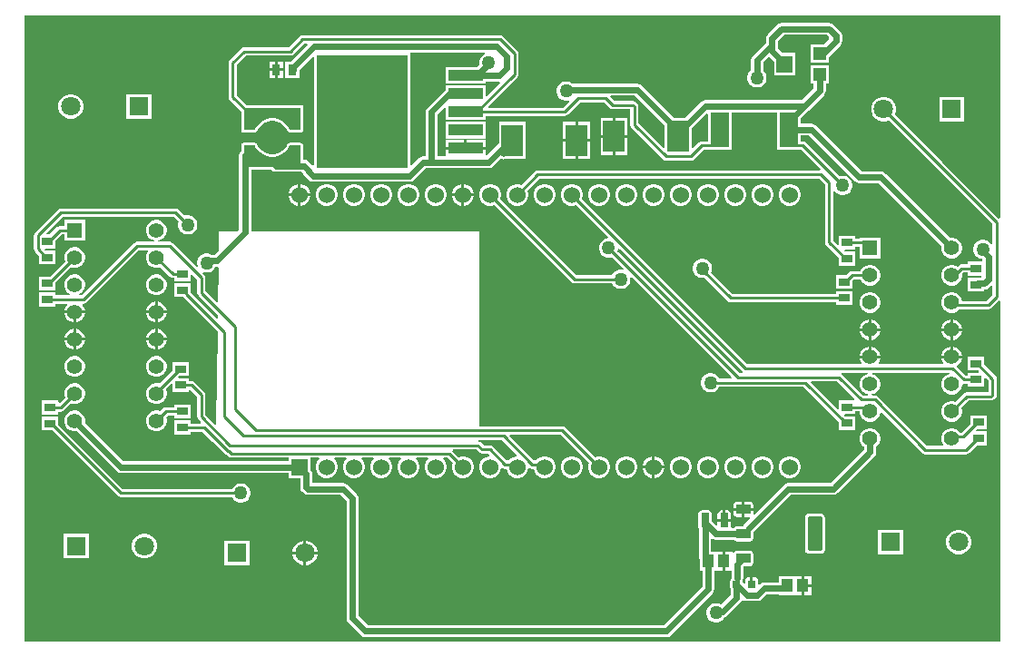
<source format=gtl>
G04*
G04 #@! TF.GenerationSoftware,Altium Limited,Altium Designer,23.9.2 (47)*
G04*
G04 Layer_Physical_Order=1*
G04 Layer_Color=255*
%FSLAX44Y44*%
%MOMM*%
G71*
G04*
G04 #@! TF.SameCoordinates,B2DA11A5-FBF5-4D8A-B6B0-860E356D3A20*
G04*
G04*
G04 #@! TF.FilePolarity,Positive*
G04*
G01*
G75*
%ADD12C,0.6000*%
%ADD15C,0.2540*%
%ADD16R,2.0000X3.0000*%
%ADD17R,1.7200X3.2000*%
%ADD18R,1.2000X1.2000*%
%ADD19R,1.5000X1.6000*%
%ADD20R,0.8000X1.0000*%
G04:AMPARAMS|DCode=21|XSize=1.31mm|YSize=0.93mm|CornerRadius=0.0698mm|HoleSize=0mm|Usage=FLASHONLY|Rotation=0.000|XOffset=0mm|YOffset=0mm|HoleType=Round|Shape=RoundedRectangle|*
%AMROUNDEDRECTD21*
21,1,1.3100,0.7905,0,0,0.0*
21,1,1.1705,0.9300,0,0,0.0*
1,1,0.1395,0.5853,-0.3953*
1,1,0.1395,-0.5853,-0.3953*
1,1,0.1395,-0.5853,0.3953*
1,1,0.1395,0.5853,0.3953*
%
%ADD21ROUNDEDRECTD21*%
G04:AMPARAMS|DCode=22|XSize=1.31mm|YSize=3.24mm|CornerRadius=0.0983mm|HoleSize=0mm|Usage=FLASHONLY|Rotation=0.000|XOffset=0mm|YOffset=0mm|HoleType=Round|Shape=RoundedRectangle|*
%AMROUNDEDRECTD22*
21,1,1.3100,3.0435,0,0,0.0*
21,1,1.1135,3.2400,0,0,0.0*
1,1,0.1965,0.5568,-1.5218*
1,1,0.1965,-0.5568,-1.5218*
1,1,0.1965,-0.5568,1.5218*
1,1,0.1965,0.5568,1.5218*
%
%ADD22ROUNDEDRECTD22*%
G04:AMPARAMS|DCode=23|XSize=1.3mm|YSize=0.76mm|CornerRadius=0.095mm|HoleSize=0mm|Usage=FLASHONLY|Rotation=90.000|XOffset=0mm|YOffset=0mm|HoleType=Round|Shape=RoundedRectangle|*
%AMROUNDEDRECTD23*
21,1,1.3000,0.5700,0,0,90.0*
21,1,1.1100,0.7600,0,0,90.0*
1,1,0.1900,0.2850,0.5550*
1,1,0.1900,0.2850,-0.5550*
1,1,0.1900,-0.2850,-0.5550*
1,1,0.1900,-0.2850,0.5550*
%
%ADD23ROUNDEDRECTD23*%
%ADD24R,1.0500X1.3000*%
%ADD25R,3.2100X1.0500*%
%ADD26R,1.0000X0.8000*%
G04:AMPARAMS|DCode=27|XSize=0.76mm|YSize=0.6604mm|CornerRadius=0.0825mm|HoleSize=0mm|Usage=FLASHONLY|Rotation=90.000|XOffset=0mm|YOffset=0mm|HoleType=Round|Shape=RoundedRectangle|*
%AMROUNDEDRECTD27*
21,1,0.7600,0.4953,0,0,90.0*
21,1,0.5949,0.6604,0,0,90.0*
1,1,0.1651,0.2477,0.2975*
1,1,0.1651,0.2477,-0.2975*
1,1,0.1651,-0.2477,-0.2975*
1,1,0.1651,-0.2477,0.2975*
%
%ADD27ROUNDEDRECTD27*%
%ADD47R,5.3000X0.9000*%
%ADD48R,8.4600X10.5300*%
%ADD49R,1.5300X1.5300*%
%ADD50C,1.5300*%
%ADD51R,1.8000X1.8000*%
%ADD52C,1.8000*%
%ADD53C,1.4000*%
%ADD54R,1.4000X1.4000*%
%ADD55C,1.2700*%
G36*
X1077640Y741680D02*
Y552710D01*
X1076370Y552183D01*
X1023877Y604677D01*
X979469Y649085D01*
X979763Y649596D01*
X980550Y652531D01*
Y655569D01*
X979763Y658504D01*
X978244Y661136D01*
X976096Y663284D01*
X973464Y664803D01*
X970529Y665590D01*
X967491D01*
X964556Y664803D01*
X961924Y663284D01*
X959776Y661136D01*
X958257Y658504D01*
X957470Y655569D01*
Y652531D01*
X958257Y649596D01*
X959776Y646964D01*
X961924Y644816D01*
X964556Y643297D01*
X967491Y642510D01*
X970529D01*
X973464Y643297D01*
X973975Y643591D01*
X1018383Y599183D01*
X1070535Y547031D01*
Y528291D01*
X1069265Y527951D01*
X1068834Y528699D01*
X1067179Y530354D01*
X1065151Y531524D01*
X1062890Y532130D01*
X1060550D01*
X1058289Y531524D01*
X1056261Y530354D01*
X1054606Y528699D01*
X1053436Y526671D01*
X1052830Y524410D01*
Y522070D01*
X1053436Y519809D01*
X1054606Y517781D01*
X1056261Y516126D01*
X1058289Y514956D01*
X1060550Y514350D01*
X1060837D01*
X1061152Y514036D01*
Y511880D01*
X1047830D01*
Y509225D01*
X1041568D01*
X1040081Y508929D01*
X1038821Y508087D01*
X1037804Y507070D01*
X1036192Y508000D01*
X1033766Y508650D01*
X1031254D01*
X1028828Y508000D01*
X1026652Y506744D01*
X1024876Y504968D01*
X1023620Y502792D01*
X1022970Y500366D01*
Y497854D01*
X1023620Y495428D01*
X1024876Y493252D01*
X1026652Y491476D01*
X1028828Y490220D01*
X1031254Y489570D01*
X1033766D01*
X1036192Y490220D01*
X1038368Y491476D01*
X1040144Y493252D01*
X1041400Y495428D01*
X1042050Y497854D01*
Y500329D01*
X1043177Y501455D01*
X1047830D01*
Y498800D01*
X1059932D01*
X1060493Y497530D01*
X1060000Y496988D01*
X1056370D01*
X1056370Y496989D01*
X1055824Y496880D01*
X1047830D01*
Y483800D01*
X1062910D01*
Y485705D01*
X1065002Y486121D01*
X1066834Y487346D01*
X1069362Y489874D01*
X1070535Y489388D01*
Y480399D01*
X1065191Y475055D01*
X1042026D01*
X1041400Y477392D01*
X1040144Y479568D01*
X1038368Y481344D01*
X1036192Y482600D01*
X1033766Y483250D01*
X1031254D01*
X1028828Y482600D01*
X1026652Y481344D01*
X1024876Y479568D01*
X1023620Y477392D01*
X1022970Y474966D01*
Y472454D01*
X1023620Y470028D01*
X1024876Y467852D01*
X1026652Y466076D01*
X1028828Y464820D01*
X1031254Y464170D01*
X1033766D01*
X1036192Y464820D01*
X1038368Y466076D01*
X1039602Y467310D01*
X1039728Y467285D01*
X1066800D01*
X1068287Y467581D01*
X1069547Y468423D01*
X1076370Y475247D01*
X1077640Y474720D01*
Y301930D01*
X1077640Y157480D01*
X467640D01*
X167640Y157480D01*
Y601930D01*
X167640Y741680D01*
X927640D01*
X1077640Y741680D01*
D02*
G37*
%LPC*%
G36*
X918210Y734629D02*
X918210Y734629D01*
X873760D01*
X873760Y734629D01*
X871598Y734199D01*
X869766Y732974D01*
X869766Y732974D01*
X860876Y724084D01*
X859651Y722252D01*
X859221Y720090D01*
X859221Y720090D01*
Y716080D01*
X846906Y703764D01*
X845681Y701932D01*
X845251Y699770D01*
X845251Y699770D01*
Y690184D01*
X843786Y688719D01*
X842616Y686691D01*
X842010Y684430D01*
Y682090D01*
X842616Y679829D01*
X843786Y677801D01*
X845441Y676146D01*
X847469Y674976D01*
X849730Y674370D01*
X852070D01*
X854331Y674976D01*
X856359Y676146D01*
X858014Y677801D01*
X859184Y679829D01*
X859790Y682090D01*
Y684430D01*
X859184Y686691D01*
X858014Y688719D01*
X856548Y690184D01*
Y697430D01*
X862285Y703167D01*
X866780Y698672D01*
Y685580D01*
X886860D01*
Y706660D01*
X874768D01*
X870518Y710910D01*
Y717750D01*
X876100Y723332D01*
X915870D01*
X918297Y720905D01*
Y719275D01*
X913682Y714660D01*
X900780D01*
Y697580D01*
X917860D01*
Y702862D01*
X928554Y713556D01*
X928554Y713556D01*
X929779Y715388D01*
X930209Y717550D01*
X930209Y717550D01*
Y722630D01*
X929779Y724792D01*
X928554Y726624D01*
X928554Y726624D01*
X922204Y732974D01*
X920372Y734199D01*
X918210Y734629D01*
D02*
G37*
G36*
X409130Y698420D02*
X403860D01*
Y692150D01*
X409130D01*
Y698420D01*
D02*
G37*
G36*
X401320D02*
X396050D01*
Y692150D01*
X401320D01*
Y698420D01*
D02*
G37*
G36*
X409130Y689610D02*
X403860D01*
Y683340D01*
X409130D01*
Y689610D01*
D02*
G37*
G36*
X401320D02*
X396050D01*
Y687525D01*
X395975Y687150D01*
X396050Y686775D01*
Y683340D01*
X399485D01*
X399860Y683265D01*
X400235Y683340D01*
X401320D01*
Y689610D01*
D02*
G37*
G36*
X285860Y668130D02*
X262780D01*
Y645050D01*
X285860D01*
Y668130D01*
D02*
G37*
G36*
X212339D02*
X209301D01*
X206366Y667344D01*
X203734Y665824D01*
X201586Y663676D01*
X200067Y661044D01*
X199280Y658109D01*
Y655071D01*
X200067Y652136D01*
X201586Y649504D01*
X203734Y647356D01*
X206366Y645836D01*
X209301Y645050D01*
X212339D01*
X215274Y645836D01*
X217906Y647356D01*
X220054Y649504D01*
X221574Y652136D01*
X222360Y655071D01*
Y658109D01*
X221574Y661044D01*
X220054Y663676D01*
X217906Y665824D01*
X215274Y667344D01*
X212339Y668130D01*
D02*
G37*
G36*
X1044050Y665590D02*
X1020970D01*
Y642510D01*
X1044050D01*
Y665590D01*
D02*
G37*
G36*
X730090Y646190D02*
X718820D01*
Y629920D01*
X730090D01*
Y646190D01*
D02*
G37*
G36*
X716280D02*
X705010D01*
Y629920D01*
X716280D01*
Y646190D01*
D02*
G37*
G36*
X597490Y642300D02*
X560310D01*
Y626720D01*
X597490D01*
Y642300D01*
D02*
G37*
G36*
X695320Y642380D02*
X684050D01*
Y626110D01*
X695320D01*
Y642380D01*
D02*
G37*
G36*
X681510D02*
X670240D01*
Y626110D01*
X681510D01*
Y642380D01*
D02*
G37*
G36*
X597490Y625300D02*
X580170D01*
Y618780D01*
X597490D01*
Y625300D01*
D02*
G37*
G36*
X577630D02*
X560310D01*
Y618780D01*
X577630D01*
Y625300D01*
D02*
G37*
G36*
X730090Y627380D02*
X718820D01*
Y611110D01*
X730090D01*
Y627380D01*
D02*
G37*
G36*
X716280D02*
X705010D01*
Y611110D01*
X716280D01*
Y627380D01*
D02*
G37*
G36*
X695320Y623570D02*
X684050D01*
Y607300D01*
X695320D01*
Y623570D01*
D02*
G37*
G36*
X681510D02*
X670240D01*
Y607300D01*
X681510D01*
Y623570D01*
D02*
G37*
G36*
X577922Y584230D02*
X577850D01*
Y575310D01*
X586770D01*
Y575382D01*
X586076Y577973D01*
X584734Y580297D01*
X582837Y582194D01*
X580513Y583536D01*
X577922Y584230D01*
D02*
G37*
G36*
X425522D02*
X425450D01*
Y575310D01*
X434370D01*
Y575382D01*
X433676Y577973D01*
X432334Y580297D01*
X430437Y582194D01*
X428113Y583536D01*
X425522Y584230D01*
D02*
G37*
G36*
X575310D02*
X575238D01*
X572647Y583536D01*
X570323Y582194D01*
X568426Y580297D01*
X567084Y577973D01*
X566390Y575382D01*
Y575310D01*
X575310D01*
Y584230D01*
D02*
G37*
G36*
X422910D02*
X422838D01*
X420247Y583536D01*
X417923Y582194D01*
X416026Y580297D01*
X414684Y577973D01*
X413990Y575382D01*
Y575310D01*
X422910D01*
Y584230D01*
D02*
G37*
G36*
X882722D02*
X880038D01*
X877447Y583536D01*
X875123Y582194D01*
X873226Y580297D01*
X871884Y577973D01*
X871190Y575382D01*
Y572698D01*
X871884Y570107D01*
X873226Y567783D01*
X875123Y565886D01*
X877447Y564544D01*
X880038Y563850D01*
X882722D01*
X885313Y564544D01*
X887637Y565886D01*
X889534Y567783D01*
X890876Y570107D01*
X891570Y572698D01*
Y575382D01*
X890876Y577973D01*
X889534Y580297D01*
X887637Y582194D01*
X885313Y583536D01*
X882722Y584230D01*
D02*
G37*
G36*
X857322D02*
X854638D01*
X852047Y583536D01*
X849723Y582194D01*
X847826Y580297D01*
X846484Y577973D01*
X845790Y575382D01*
Y572698D01*
X846484Y570107D01*
X847826Y567783D01*
X849723Y565886D01*
X852047Y564544D01*
X854638Y563850D01*
X857322D01*
X859913Y564544D01*
X862237Y565886D01*
X864134Y567783D01*
X865476Y570107D01*
X866170Y572698D01*
Y575382D01*
X865476Y577973D01*
X864134Y580297D01*
X862237Y582194D01*
X859913Y583536D01*
X857322Y584230D01*
D02*
G37*
G36*
X831922D02*
X829238D01*
X826647Y583536D01*
X824323Y582194D01*
X822426Y580297D01*
X821084Y577973D01*
X820390Y575382D01*
Y572698D01*
X821084Y570107D01*
X822426Y567783D01*
X824323Y565886D01*
X826647Y564544D01*
X829238Y563850D01*
X831922D01*
X834513Y564544D01*
X836837Y565886D01*
X838734Y567783D01*
X840076Y570107D01*
X840770Y572698D01*
Y575382D01*
X840076Y577973D01*
X838734Y580297D01*
X836837Y582194D01*
X834513Y583536D01*
X831922Y584230D01*
D02*
G37*
G36*
X806522D02*
X803838D01*
X801247Y583536D01*
X798923Y582194D01*
X797026Y580297D01*
X795684Y577973D01*
X794990Y575382D01*
Y572698D01*
X795684Y570107D01*
X797026Y567783D01*
X798923Y565886D01*
X801247Y564544D01*
X803838Y563850D01*
X806522D01*
X809113Y564544D01*
X811437Y565886D01*
X813334Y567783D01*
X814676Y570107D01*
X815370Y572698D01*
Y575382D01*
X814676Y577973D01*
X813334Y580297D01*
X811437Y582194D01*
X809113Y583536D01*
X806522Y584230D01*
D02*
G37*
G36*
X781122D02*
X778438D01*
X775847Y583536D01*
X773523Y582194D01*
X771626Y580297D01*
X770284Y577973D01*
X769590Y575382D01*
Y572698D01*
X770284Y570107D01*
X771626Y567783D01*
X773523Y565886D01*
X775847Y564544D01*
X778438Y563850D01*
X781122D01*
X783713Y564544D01*
X786037Y565886D01*
X787934Y567783D01*
X789276Y570107D01*
X789970Y572698D01*
Y575382D01*
X789276Y577973D01*
X787934Y580297D01*
X786037Y582194D01*
X783713Y583536D01*
X781122Y584230D01*
D02*
G37*
G36*
X755722D02*
X753038D01*
X750447Y583536D01*
X748123Y582194D01*
X746226Y580297D01*
X744884Y577973D01*
X744190Y575382D01*
Y572698D01*
X744884Y570107D01*
X746226Y567783D01*
X748123Y565886D01*
X750447Y564544D01*
X753038Y563850D01*
X755722D01*
X758313Y564544D01*
X760637Y565886D01*
X762534Y567783D01*
X763876Y570107D01*
X764570Y572698D01*
Y575382D01*
X763876Y577973D01*
X762534Y580297D01*
X760637Y582194D01*
X758313Y583536D01*
X755722Y584230D01*
D02*
G37*
G36*
X730322D02*
X727638D01*
X725047Y583536D01*
X722723Y582194D01*
X720826Y580297D01*
X719484Y577973D01*
X718790Y575382D01*
Y572698D01*
X719484Y570107D01*
X720826Y567783D01*
X722723Y565886D01*
X725047Y564544D01*
X727638Y563850D01*
X730322D01*
X732913Y564544D01*
X735237Y565886D01*
X737134Y567783D01*
X738476Y570107D01*
X739170Y572698D01*
Y575382D01*
X738476Y577973D01*
X737134Y580297D01*
X735237Y582194D01*
X732913Y583536D01*
X730322Y584230D01*
D02*
G37*
G36*
X704922D02*
X702238D01*
X699647Y583536D01*
X697323Y582194D01*
X695426Y580297D01*
X694084Y577973D01*
X693390Y575382D01*
Y572698D01*
X694084Y570107D01*
X695426Y567783D01*
X697323Y565886D01*
X699647Y564544D01*
X702238Y563850D01*
X704922D01*
X707513Y564544D01*
X709837Y565886D01*
X711734Y567783D01*
X713076Y570107D01*
X713770Y572698D01*
Y575382D01*
X713076Y577973D01*
X711734Y580297D01*
X709837Y582194D01*
X707513Y583536D01*
X704922Y584230D01*
D02*
G37*
G36*
X654122D02*
X651438D01*
X648847Y583536D01*
X646523Y582194D01*
X644626Y580297D01*
X643284Y577973D01*
X642590Y575382D01*
Y572698D01*
X643284Y570107D01*
X644626Y567783D01*
X646523Y565886D01*
X648847Y564544D01*
X651438Y563850D01*
X654122D01*
X656713Y564544D01*
X659037Y565886D01*
X660934Y567783D01*
X662276Y570107D01*
X662970Y572698D01*
Y575382D01*
X662276Y577973D01*
X660934Y580297D01*
X659037Y582194D01*
X656713Y583536D01*
X654122Y584230D01*
D02*
G37*
G36*
X586770Y572770D02*
X577850D01*
Y563850D01*
X577922D01*
X580513Y564544D01*
X582837Y565886D01*
X584734Y567783D01*
X586076Y570107D01*
X586770Y572698D01*
Y572770D01*
D02*
G37*
G36*
X575310D02*
X566390D01*
Y572698D01*
X567084Y570107D01*
X568426Y567783D01*
X570323Y565886D01*
X572647Y564544D01*
X575238Y563850D01*
X575310D01*
Y572770D01*
D02*
G37*
G36*
X552522Y584230D02*
X549838D01*
X547247Y583536D01*
X544923Y582194D01*
X543026Y580297D01*
X541684Y577973D01*
X540990Y575382D01*
Y572698D01*
X541684Y570107D01*
X543026Y567783D01*
X544923Y565886D01*
X547247Y564544D01*
X549838Y563850D01*
X552522D01*
X555113Y564544D01*
X557437Y565886D01*
X559334Y567783D01*
X560676Y570107D01*
X561370Y572698D01*
Y575382D01*
X560676Y577973D01*
X559334Y580297D01*
X557437Y582194D01*
X555113Y583536D01*
X552522Y584230D01*
D02*
G37*
G36*
X527122D02*
X524438D01*
X521847Y583536D01*
X519523Y582194D01*
X517626Y580297D01*
X516284Y577973D01*
X515590Y575382D01*
Y572698D01*
X516284Y570107D01*
X517626Y567783D01*
X519523Y565886D01*
X521847Y564544D01*
X524438Y563850D01*
X527122D01*
X529713Y564544D01*
X532037Y565886D01*
X533934Y567783D01*
X535276Y570107D01*
X535970Y572698D01*
Y575382D01*
X535276Y577973D01*
X533934Y580297D01*
X532037Y582194D01*
X529713Y583536D01*
X527122Y584230D01*
D02*
G37*
G36*
X501722D02*
X499038D01*
X496447Y583536D01*
X494123Y582194D01*
X492226Y580297D01*
X490884Y577973D01*
X490190Y575382D01*
Y572698D01*
X490884Y570107D01*
X492226Y567783D01*
X494123Y565886D01*
X496447Y564544D01*
X499038Y563850D01*
X501722D01*
X504313Y564544D01*
X506637Y565886D01*
X508534Y567783D01*
X509876Y570107D01*
X510570Y572698D01*
Y575382D01*
X509876Y577973D01*
X508534Y580297D01*
X506637Y582194D01*
X504313Y583536D01*
X501722Y584230D01*
D02*
G37*
G36*
X476322D02*
X473638D01*
X471047Y583536D01*
X468723Y582194D01*
X466826Y580297D01*
X465484Y577973D01*
X464790Y575382D01*
Y572698D01*
X465484Y570107D01*
X466826Y567783D01*
X468723Y565886D01*
X471047Y564544D01*
X473638Y563850D01*
X476322D01*
X478913Y564544D01*
X481237Y565886D01*
X483134Y567783D01*
X484476Y570107D01*
X485170Y572698D01*
Y575382D01*
X484476Y577973D01*
X483134Y580297D01*
X481237Y582194D01*
X478913Y583536D01*
X476322Y584230D01*
D02*
G37*
G36*
X450922D02*
X448238D01*
X445647Y583536D01*
X443323Y582194D01*
X441426Y580297D01*
X440084Y577973D01*
X439390Y575382D01*
Y572698D01*
X440084Y570107D01*
X441426Y567783D01*
X443323Y565886D01*
X445647Y564544D01*
X448238Y563850D01*
X450922D01*
X453513Y564544D01*
X455837Y565886D01*
X457734Y567783D01*
X459076Y570107D01*
X459770Y572698D01*
Y575382D01*
X459076Y577973D01*
X457734Y580297D01*
X455837Y582194D01*
X453513Y583536D01*
X450922Y584230D01*
D02*
G37*
G36*
X434370Y572770D02*
X425450D01*
Y563850D01*
X425522D01*
X428113Y564544D01*
X430437Y565886D01*
X432334Y567783D01*
X433676Y570107D01*
X434370Y572698D01*
Y572770D01*
D02*
G37*
G36*
X422910D02*
X413990D01*
Y572698D01*
X414684Y570107D01*
X416026Y567783D01*
X417923Y565886D01*
X420247Y564544D01*
X422838Y563850D01*
X422910D01*
Y572770D01*
D02*
G37*
G36*
X308610Y561415D02*
X201632D01*
X200145Y561119D01*
X198885Y560277D01*
X177673Y539065D01*
X176831Y537805D01*
X176535Y536318D01*
Y523550D01*
X176831Y522063D01*
X177673Y520803D01*
X181690Y516786D01*
Y509200D01*
X196770D01*
Y522280D01*
X187350D01*
X186782Y522989D01*
X187316Y524200D01*
X196770D01*
Y531786D01*
X202119Y537135D01*
X205090D01*
Y531480D01*
X224170D01*
Y550560D01*
X205090D01*
Y544905D01*
X200510D01*
X199023Y544609D01*
X197763Y543767D01*
X191276Y537280D01*
X188535D01*
X188049Y538453D01*
X203241Y553645D01*
X307001D01*
X311620Y549026D01*
X311150Y547270D01*
Y544930D01*
X311756Y542669D01*
X312926Y540641D01*
X314581Y538986D01*
X316609Y537816D01*
X318870Y537210D01*
X321210D01*
X323471Y537816D01*
X325499Y538986D01*
X327154Y540641D01*
X328324Y542669D01*
X328930Y544930D01*
Y547270D01*
X328324Y549531D01*
X327154Y551559D01*
X325499Y553214D01*
X323471Y554384D01*
X321210Y554990D01*
X318870D01*
X317114Y554520D01*
X311357Y560277D01*
X310097Y561119D01*
X308610Y561415D01*
D02*
G37*
G36*
X611151Y723165D02*
X427180D01*
X425693Y722869D01*
X424433Y722027D01*
X414261Y711855D01*
X372690D01*
X371203Y711559D01*
X369943Y710717D01*
X359203Y699977D01*
X358361Y698717D01*
X358065Y697230D01*
Y665350D01*
X358361Y663863D01*
X359203Y662603D01*
X369690Y652116D01*
Y635020D01*
X369887Y634029D01*
X370449Y633189D01*
X371289Y632627D01*
X372280Y632430D01*
X382375D01*
X382378Y632430D01*
X382381Y632430D01*
X382416D01*
X382795Y632506D01*
X383202Y632551D01*
X383282Y632595D01*
X383372Y632612D01*
X383391Y632624D01*
X383407Y632627D01*
X383726Y632841D01*
X384087Y633040D01*
X384144Y633111D01*
X384220Y633161D01*
X384233Y633180D01*
X384247Y633189D01*
X384460Y633508D01*
X384717Y633829D01*
X385418Y635185D01*
X387153Y637616D01*
X389271Y639632D01*
X391732Y641211D01*
X394447Y642296D01*
X397319Y642849D01*
X400243Y642849D01*
X403114Y642296D01*
X405830Y641210D01*
X408290Y639631D01*
X410408Y637614D01*
X412143Y635184D01*
X412844Y633828D01*
X413092Y633517D01*
X413313Y633186D01*
X413405Y633125D01*
X413474Y633038D01*
X413822Y632846D01*
X414153Y632625D01*
X414262Y632603D01*
X414359Y632550D01*
X414754Y632505D01*
X415144Y632428D01*
X425277D01*
X426268Y632625D01*
X427109Y633186D01*
X427111Y633189D01*
X427673Y634029D01*
X427870Y635020D01*
Y655020D01*
X427820Y655270D01*
Y657560D01*
X425530D01*
X425280Y657610D01*
X375184D01*
X365835Y666959D01*
Y695621D01*
X374299Y704085D01*
X415870D01*
X417357Y704381D01*
X418617Y705223D01*
X428789Y715395D01*
X431458D01*
X431944Y714222D01*
X416142Y698420D01*
X411050D01*
Y683340D01*
X424130D01*
Y690334D01*
X424154Y690456D01*
X436587Y702888D01*
X437760Y702402D01*
Y601994D01*
X436490Y601468D01*
X432674Y605284D01*
X430842Y606508D01*
X428680Y606939D01*
X427870Y607808D01*
Y620020D01*
X427673Y621011D01*
X427111Y621851D01*
X426271Y622413D01*
X425280Y622610D01*
X415144D01*
X415127Y622606D01*
X415105Y622610D01*
X414734Y622531D01*
X414358Y622489D01*
X414258Y622434D01*
X414153Y622413D01*
X414139Y622403D01*
X414117Y622398D01*
X413805Y622183D01*
X413473Y622000D01*
X413402Y621911D01*
X413313Y621851D01*
X413304Y621838D01*
X413285Y621824D01*
X413079Y621506D01*
X412843Y621210D01*
X412142Y619855D01*
X410407Y617424D01*
X408289Y615408D01*
X405828Y613829D01*
X403113Y612744D01*
X400241Y612191D01*
X397317Y612191D01*
X394446Y612744D01*
X391730Y613830D01*
X389270Y615410D01*
X387152Y617426D01*
X385417Y619856D01*
X384716Y621212D01*
X384468Y621523D01*
X384247Y621854D01*
X384155Y621915D01*
X384086Y622002D01*
X383738Y622194D01*
X383407Y622415D01*
X383298Y622437D01*
X383201Y622490D01*
X382806Y622535D01*
X382416Y622612D01*
X372283D01*
X371292Y622415D01*
X370451Y621854D01*
X370449Y621851D01*
X369887Y621011D01*
X369690Y620020D01*
Y615067D01*
X369386Y614864D01*
X368161Y613032D01*
X367732Y610870D01*
Y541255D01*
X366226Y539750D01*
X349250D01*
X349013Y522537D01*
X344608Y518133D01*
X342449D01*
X341251Y518824D01*
X338990Y519430D01*
X336650D01*
X334389Y518824D01*
X332361Y517654D01*
X330706Y515999D01*
X329536Y513971D01*
X328930Y511710D01*
Y509370D01*
X329443Y507455D01*
X328304Y506797D01*
X305925Y529177D01*
X304665Y530019D01*
X303178Y530315D01*
X292644D01*
X292477Y531585D01*
X294512Y532130D01*
X296688Y533386D01*
X298464Y535162D01*
X299720Y537338D01*
X300370Y539764D01*
Y542276D01*
X299720Y544702D01*
X298464Y546878D01*
X296688Y548654D01*
X294512Y549910D01*
X292086Y550560D01*
X289574D01*
X287148Y549910D01*
X284972Y548654D01*
X283196Y546878D01*
X281940Y544702D01*
X281290Y542276D01*
Y539764D01*
X281940Y537338D01*
X283196Y535162D01*
X284972Y533386D01*
X287148Y532130D01*
X289184Y531585D01*
X289016Y530315D01*
X272890D01*
X271403Y530019D01*
X270143Y529177D01*
X221341Y480375D01*
X219197D01*
X218857Y481645D01*
X220488Y482586D01*
X222264Y484362D01*
X223520Y486538D01*
X224170Y488964D01*
Y491476D01*
X223520Y493902D01*
X222264Y496078D01*
X220488Y497854D01*
X218312Y499110D01*
X215886Y499760D01*
X213374D01*
X210948Y499110D01*
X208772Y497854D01*
X206996Y496078D01*
X205740Y493902D01*
X205090Y491476D01*
Y488964D01*
X205740Y486538D01*
X206996Y484362D01*
X208772Y482586D01*
X210403Y481645D01*
X210063Y480375D01*
X196770D01*
Y483030D01*
X181690D01*
Y469950D01*
X196770D01*
Y472605D01*
X207128D01*
X207654Y471335D01*
X206996Y470678D01*
X205740Y468502D01*
X205094Y466090D01*
X224166D01*
X223520Y468502D01*
X222264Y470678D01*
X221606Y471335D01*
X222132Y472605D01*
X222950D01*
X224437Y472901D01*
X225697Y473743D01*
X274499Y522545D01*
X282660D01*
X283079Y521275D01*
X281940Y519302D01*
X281290Y516876D01*
Y514364D01*
X281940Y511938D01*
X283196Y509762D01*
X284972Y507986D01*
X287148Y506730D01*
X289574Y506080D01*
X292086D01*
X294287Y506670D01*
X303443Y497513D01*
X304703Y496671D01*
X306190Y496375D01*
X307420D01*
Y493720D01*
X322500D01*
Y499955D01*
X323673Y500441D01*
X328855Y495259D01*
Y482600D01*
X329151Y481113D01*
X329993Y479853D01*
X348173Y461673D01*
X348139Y459229D01*
X346963Y458751D01*
X322500Y483214D01*
Y491800D01*
X307420D01*
Y478720D01*
X316006D01*
X347967Y446759D01*
X346773Y360146D01*
X345596Y359668D01*
X336625Y368639D01*
Y387350D01*
X336329Y388837D01*
X335487Y390097D01*
X326357Y399227D01*
X325097Y400069D01*
X323610Y400365D01*
X321230D01*
Y403020D01*
X311775D01*
X311242Y404231D01*
X311810Y404940D01*
X321230D01*
Y418020D01*
X306150D01*
Y410434D01*
X293498Y397782D01*
X292086Y398160D01*
X289574D01*
X287148Y397510D01*
X284972Y396254D01*
X283196Y394478D01*
X281940Y392302D01*
X281290Y389876D01*
Y387364D01*
X281940Y384938D01*
X283196Y382762D01*
X284972Y380986D01*
X287148Y379730D01*
X289574Y379080D01*
X292086D01*
X294512Y379730D01*
X296688Y380986D01*
X298464Y382762D01*
X299720Y384938D01*
X300370Y387364D01*
Y389876D01*
X299720Y392302D01*
X299459Y392755D01*
X304977Y398273D01*
X306150Y397787D01*
Y389940D01*
X321230D01*
Y391570D01*
X322500Y392096D01*
X328855Y385741D01*
Y367030D01*
X329151Y365543D01*
X329993Y364283D01*
X332228Y362048D01*
X331742Y360875D01*
X322500D01*
Y363530D01*
X307420D01*
Y350450D01*
X322500D01*
Y353105D01*
X333987D01*
X343363Y343729D01*
X354559Y332533D01*
X355819Y331691D01*
X356339Y331588D01*
X357933Y329993D01*
X359193Y329151D01*
X360680Y328855D01*
X413990D01*
Y325689D01*
X260150D01*
X224107Y361731D01*
X224170Y361964D01*
Y364476D01*
X223520Y366902D01*
X222264Y369078D01*
X220488Y370854D01*
X218312Y372110D01*
X215886Y372760D01*
X213374D01*
X210948Y372110D01*
X208772Y370854D01*
X206996Y369078D01*
X205740Y366902D01*
X205090Y364476D01*
Y361964D01*
X205740Y359538D01*
X206996Y357362D01*
X208772Y355586D01*
X210948Y354330D01*
X213374Y353680D01*
X215886D01*
X216119Y353742D01*
X253816Y316046D01*
X253816Y316046D01*
X255648Y314821D01*
X257810Y314391D01*
X257810Y314391D01*
X413990D01*
Y309850D01*
X424911D01*
Y301208D01*
X425341Y299046D01*
X426566Y297214D01*
X427458Y296618D01*
X428054Y295726D01*
X429886Y294501D01*
X432048Y294072D01*
X462480D01*
X468061Y288490D01*
Y179070D01*
X468061Y179070D01*
X468491Y176908D01*
X469716Y175076D01*
X481672Y163120D01*
X481672Y163120D01*
X483504Y161895D01*
X485666Y161465D01*
X766554D01*
X766554Y161465D01*
X768716Y161895D01*
X770548Y163120D01*
X809544Y202116D01*
X809544Y202116D01*
X810769Y203948D01*
X811199Y206110D01*
X811199Y206110D01*
Y223370D01*
X818780D01*
Y232410D01*
Y241450D01*
X808168D01*
Y252540D01*
X809438Y253219D01*
X810318Y252631D01*
X812480Y252201D01*
X812480Y252201D01*
X829587D01*
X830013Y251563D01*
X831084Y250848D01*
X832347Y250597D01*
X844053D01*
X845316Y250848D01*
X846387Y251563D01*
X847102Y252634D01*
X847353Y253897D01*
Y259055D01*
X847474Y259136D01*
X882410Y294072D01*
X922020D01*
X922020Y294071D01*
X924182Y294501D01*
X926014Y295726D01*
X960304Y330016D01*
X960304Y330016D01*
X961529Y331848D01*
X961958Y334010D01*
Y338955D01*
X962168Y339076D01*
X963944Y340852D01*
X965200Y343028D01*
X965850Y345454D01*
Y347966D01*
X965200Y350392D01*
X963944Y352568D01*
X962168Y354344D01*
X959992Y355600D01*
X957566Y356250D01*
X955054D01*
X952628Y355600D01*
X950452Y354344D01*
X948676Y352568D01*
X947420Y350392D01*
X946770Y347966D01*
Y345454D01*
X947420Y343028D01*
X948676Y340852D01*
X950452Y339076D01*
X950661Y338955D01*
Y336350D01*
X919680Y305368D01*
X880070D01*
X880070Y305369D01*
X877908Y304939D01*
X876076Y303714D01*
X876076Y303714D01*
X848521Y276160D01*
X847351Y276785D01*
X847353Y276798D01*
Y279480D01*
X839470D01*
Y273497D01*
X844053D01*
X844065Y273499D01*
X844690Y272329D01*
X839486Y267124D01*
X838261Y265292D01*
X838224Y265103D01*
X832347D01*
X831084Y264852D01*
X830013Y264137D01*
X829587Y263498D01*
X827833D01*
X826790Y264769D01*
X826828Y264960D01*
Y269240D01*
X820420D01*
X814012D01*
Y266103D01*
X812742Y265577D01*
X808928Y269390D01*
Y276060D01*
X808658Y277422D01*
X807886Y278576D01*
X806732Y279347D01*
X805370Y279618D01*
X799670D01*
X798308Y279347D01*
X797154Y278576D01*
X796383Y277422D01*
X796112Y276060D01*
Y264960D01*
X796383Y263598D01*
X796871Y262866D01*
Y235440D01*
X797301Y233278D01*
X797760Y232592D01*
Y223370D01*
X799902D01*
Y208450D01*
X764214Y172763D01*
X488006D01*
X479358Y181410D01*
Y290830D01*
X479359Y290830D01*
X478929Y292992D01*
X477704Y294824D01*
X477704Y294824D01*
X468814Y303714D01*
X466982Y304939D01*
X464820Y305369D01*
X464820Y305368D01*
X436208D01*
Y313660D01*
X435779Y315822D01*
X434554Y317654D01*
X434370Y317777D01*
Y328855D01*
X442188D01*
X442715Y327585D01*
X441426Y326297D01*
X440084Y323973D01*
X439390Y321382D01*
Y318698D01*
X440084Y316107D01*
X441426Y313783D01*
X443323Y311886D01*
X445647Y310544D01*
X448238Y309850D01*
X450922D01*
X453513Y310544D01*
X455837Y311886D01*
X457734Y313783D01*
X459076Y316107D01*
X459770Y318698D01*
Y321382D01*
X459076Y323973D01*
X457734Y326297D01*
X456446Y327585D01*
X456972Y328855D01*
X467588D01*
X468115Y327585D01*
X466826Y326297D01*
X465484Y323973D01*
X464790Y321382D01*
Y318698D01*
X465484Y316107D01*
X466826Y313783D01*
X468723Y311886D01*
X471047Y310544D01*
X473638Y309850D01*
X476322D01*
X478913Y310544D01*
X481237Y311886D01*
X483134Y313783D01*
X484476Y316107D01*
X485170Y318698D01*
Y321382D01*
X484476Y323973D01*
X483134Y326297D01*
X481846Y327585D01*
X482372Y328855D01*
X492988D01*
X493515Y327585D01*
X492226Y326297D01*
X490884Y323973D01*
X490190Y321382D01*
Y318698D01*
X490884Y316107D01*
X492226Y313783D01*
X494123Y311886D01*
X496447Y310544D01*
X499038Y309850D01*
X501722D01*
X504313Y310544D01*
X506637Y311886D01*
X508534Y313783D01*
X509876Y316107D01*
X510570Y318698D01*
Y321382D01*
X509876Y323973D01*
X508534Y326297D01*
X507245Y327585D01*
X507772Y328855D01*
X518388D01*
X518914Y327585D01*
X517626Y326297D01*
X516284Y323973D01*
X515590Y321382D01*
Y318698D01*
X516284Y316107D01*
X517626Y313783D01*
X519523Y311886D01*
X521847Y310544D01*
X524438Y309850D01*
X527122D01*
X529713Y310544D01*
X532037Y311886D01*
X533934Y313783D01*
X535276Y316107D01*
X535970Y318698D01*
Y321382D01*
X535276Y323973D01*
X533934Y326297D01*
X532645Y327585D01*
X533172Y328855D01*
X543788D01*
X544314Y327585D01*
X543026Y326297D01*
X541684Y323973D01*
X540990Y321382D01*
Y318698D01*
X541684Y316107D01*
X543026Y313783D01*
X544923Y311886D01*
X547247Y310544D01*
X549838Y309850D01*
X552522D01*
X555113Y310544D01*
X557437Y311886D01*
X559334Y313783D01*
X560676Y316107D01*
X561370Y318698D01*
Y321382D01*
X560676Y323973D01*
X559334Y326297D01*
X558046Y327585D01*
X558572Y328855D01*
X562271D01*
X567110Y324017D01*
X567084Y323973D01*
X566390Y321382D01*
Y318698D01*
X567084Y316107D01*
X568426Y313783D01*
X570323Y311886D01*
X572647Y310544D01*
X575238Y309850D01*
X577922D01*
X580513Y310544D01*
X582837Y311886D01*
X584734Y313783D01*
X586076Y316107D01*
X586770Y318698D01*
Y321382D01*
X586076Y323973D01*
X584734Y326297D01*
X582837Y328194D01*
X580513Y329536D01*
X577922Y330230D01*
X575238D01*
X572647Y329536D01*
X572603Y329510D01*
X566908Y335205D01*
X567257Y336316D01*
X567378Y336475D01*
X588941D01*
X591613Y333803D01*
X592873Y332961D01*
X594360Y332665D01*
X600068D01*
X601330Y331403D01*
X600844Y330230D01*
X600638D01*
X598047Y329536D01*
X595723Y328194D01*
X593826Y326297D01*
X592484Y323973D01*
X591790Y321382D01*
Y318698D01*
X592484Y316107D01*
X593826Y313783D01*
X595723Y311886D01*
X598047Y310544D01*
X600638Y309850D01*
X603322D01*
X605913Y310544D01*
X608237Y311886D01*
X610134Y313783D01*
X611476Y316107D01*
X612170Y318698D01*
Y318949D01*
X613440Y319382D01*
X614433Y318718D01*
X615920Y318422D01*
X617264D01*
X617884Y316107D01*
X619226Y313783D01*
X621123Y311886D01*
X623447Y310544D01*
X626038Y309850D01*
X628722D01*
X631313Y310544D01*
X633637Y311886D01*
X635534Y313783D01*
X636876Y316107D01*
X637570Y318698D01*
Y318949D01*
X638840Y319382D01*
X639833Y318718D01*
X641320Y318422D01*
X642664D01*
X643284Y316107D01*
X644626Y313783D01*
X646523Y311886D01*
X648847Y310544D01*
X651438Y309850D01*
X654122D01*
X656713Y310544D01*
X659037Y311886D01*
X660934Y313783D01*
X662276Y316107D01*
X662970Y318698D01*
Y321382D01*
X662276Y323973D01*
X660934Y326297D01*
X659037Y328194D01*
X656713Y329536D01*
X654122Y330230D01*
X651438D01*
X648847Y329536D01*
X646523Y328194D01*
X644626Y326297D01*
X644565Y326191D01*
X642929D01*
X619849Y349272D01*
X620335Y350445D01*
X667681D01*
X694110Y324017D01*
X694084Y323973D01*
X693390Y321382D01*
Y318698D01*
X694084Y316107D01*
X695426Y313783D01*
X697323Y311886D01*
X699647Y310544D01*
X702238Y309850D01*
X704922D01*
X707513Y310544D01*
X709837Y311886D01*
X711734Y313783D01*
X713076Y316107D01*
X713770Y318698D01*
Y321382D01*
X713076Y323973D01*
X711734Y326297D01*
X709837Y328194D01*
X707513Y329536D01*
X704922Y330230D01*
X702238D01*
X699647Y329536D01*
X699603Y329510D01*
X672037Y357077D01*
X670777Y357919D01*
X669290Y358215D01*
X591820D01*
Y539750D01*
X379029D01*
Y597430D01*
X397926D01*
X398016Y597296D01*
X399848Y596071D01*
X402010Y595642D01*
X426340D01*
X427702Y594280D01*
X427851Y593528D01*
X429076Y591696D01*
X432946Y587826D01*
X432946Y587826D01*
X434778Y586601D01*
X436940Y586171D01*
X527050D01*
X527050Y586171D01*
X529212Y586601D01*
X531044Y587826D01*
X542090Y598871D01*
X600518D01*
X600518Y598871D01*
X602680Y599301D01*
X604513Y600526D01*
X611287Y607300D01*
X613675D01*
X614050Y607225D01*
X614425Y607300D01*
X635320D01*
Y642380D01*
X610240D01*
Y622230D01*
X598760Y610750D01*
X597490Y611276D01*
Y616240D01*
X578900D01*
X560310D01*
Y610168D01*
X553018D01*
Y649170D01*
X559137Y655288D01*
X560310Y654802D01*
Y643720D01*
X597490D01*
Y647625D01*
X671830D01*
X673317Y647921D01*
X674577Y648763D01*
X686139Y660325D01*
X708321D01*
X713533Y655113D01*
X714793Y654271D01*
X716280Y653975D01*
X732715D01*
Y639212D01*
X733011Y637725D01*
X733853Y636465D01*
X763225Y607093D01*
X764485Y606251D01*
X765972Y605955D01*
X789128D01*
X790615Y606251D01*
X791875Y607093D01*
X801167Y616385D01*
X808980D01*
X809355Y616460D01*
X827450D01*
Y651207D01*
X869270D01*
Y616460D01*
X887365D01*
X887740Y616385D01*
X891961D01*
X910102Y598245D01*
X909576Y596975D01*
X646430D01*
X644943Y596679D01*
X643683Y595837D01*
X631357Y583510D01*
X631313Y583536D01*
X628722Y584230D01*
X626038D01*
X623447Y583536D01*
X621123Y582194D01*
X619226Y580297D01*
X617884Y577973D01*
X617190Y575382D01*
Y572698D01*
X617884Y570107D01*
X619226Y567783D01*
X621123Y565886D01*
X623447Y564544D01*
X626038Y563850D01*
X628722D01*
X631313Y564544D01*
X633637Y565886D01*
X635534Y567783D01*
X636876Y570107D01*
X637570Y572698D01*
Y575382D01*
X636876Y577973D01*
X636850Y578017D01*
X648039Y589205D01*
X908981D01*
X914325Y583861D01*
Y529980D01*
X914621Y528493D01*
X915463Y527233D01*
X927180Y515516D01*
Y507930D01*
X942260D01*
Y521010D01*
X932840D01*
X932272Y521718D01*
X932805Y522930D01*
X942260D01*
Y525585D01*
X946770D01*
Y514970D01*
X965850D01*
Y534050D01*
X946770D01*
Y533355D01*
X942260D01*
Y536010D01*
X927180D01*
Y528163D01*
X926007Y527677D01*
X922095Y531589D01*
Y577879D01*
X923365Y578219D01*
X923796Y577471D01*
X925451Y575816D01*
X927479Y574646D01*
X929740Y574040D01*
X932080D01*
X934341Y574646D01*
X936369Y575816D01*
X938024Y577471D01*
X939194Y579499D01*
X939800Y581760D01*
Y584100D01*
X939194Y586361D01*
X938024Y588389D01*
X936369Y590044D01*
X934341Y591214D01*
X932080Y591820D01*
X929740D01*
X927984Y591350D01*
X896317Y623017D01*
X895057Y623859D01*
X893570Y624155D01*
X891550D01*
Y629352D01*
X899360D01*
X942156Y586556D01*
X942156Y586556D01*
X943988Y585331D01*
X946150Y584901D01*
X946150Y584902D01*
X964130D01*
X1023033Y525999D01*
X1022970Y525766D01*
Y523254D01*
X1023620Y520828D01*
X1024876Y518652D01*
X1026652Y516876D01*
X1028828Y515620D01*
X1031254Y514970D01*
X1033766D01*
X1036192Y515620D01*
X1038368Y516876D01*
X1040144Y518652D01*
X1041400Y520828D01*
X1042050Y523254D01*
Y525766D01*
X1041400Y528192D01*
X1040144Y530368D01*
X1038368Y532144D01*
X1036192Y533400D01*
X1033766Y534050D01*
X1031254D01*
X1031021Y533988D01*
X970464Y594544D01*
X968632Y595769D01*
X966470Y596199D01*
X966470Y596199D01*
X948490D01*
X905694Y638994D01*
X903862Y640219D01*
X901700Y640649D01*
X901700Y640648D01*
X891550D01*
Y645552D01*
X898859Y652861D01*
X898859Y652861D01*
X913314Y667316D01*
X913314Y667316D01*
X914539Y669148D01*
X914968Y671310D01*
Y677580D01*
X917860D01*
Y694660D01*
X900780D01*
Y677580D01*
X903671D01*
Y673650D01*
X892525Y662504D01*
X802905D01*
X800743Y662074D01*
X798911Y660849D01*
X798911Y660849D01*
X784313Y646251D01*
X784004Y646190D01*
X773373D01*
X743362Y676201D01*
X741529Y677425D01*
X739368Y677855D01*
X739368Y677855D01*
X678837D01*
X678559Y678134D01*
X676531Y679304D01*
X674270Y679910D01*
X671930D01*
X669669Y679304D01*
X667641Y678134D01*
X665986Y676479D01*
X664816Y674451D01*
X664210Y672190D01*
Y669850D01*
X664816Y667589D01*
X665986Y665561D01*
X667641Y663906D01*
X669669Y662736D01*
X671930Y662130D01*
X674270D01*
X675486Y662456D01*
X676143Y661317D01*
X670221Y655395D01*
X600738D01*
X600252Y656568D01*
X627587Y683903D01*
X628429Y685163D01*
X628725Y686650D01*
Y705591D01*
X628429Y707077D01*
X627587Y708338D01*
X613898Y722027D01*
X612637Y722869D01*
X611151Y723165D01*
D02*
G37*
G36*
X215886Y525160D02*
X213374D01*
X210948Y524510D01*
X208772Y523254D01*
X206996Y521478D01*
X205740Y519302D01*
X205090Y516876D01*
Y514364D01*
X205623Y512376D01*
X191276Y498030D01*
X181690D01*
Y484950D01*
X196770D01*
Y492536D01*
X210961Y506727D01*
X213374Y506080D01*
X215886D01*
X218312Y506730D01*
X220488Y507986D01*
X222264Y509762D01*
X223520Y511938D01*
X224170Y514364D01*
Y516876D01*
X223520Y519302D01*
X222264Y521478D01*
X220488Y523254D01*
X218312Y524510D01*
X215886Y525160D01*
D02*
G37*
G36*
X679522Y584230D02*
X676838D01*
X674247Y583536D01*
X671923Y582194D01*
X670026Y580297D01*
X668684Y577973D01*
X667990Y575382D01*
Y572698D01*
X668684Y570107D01*
X670026Y567783D01*
X671923Y565886D01*
X674247Y564544D01*
X676838Y563850D01*
X679522D01*
X682113Y564544D01*
X682157Y564570D01*
X712153Y534573D01*
X711667Y533400D01*
X711300D01*
X709039Y532794D01*
X707011Y531624D01*
X705356Y529969D01*
X704186Y527941D01*
X703580Y525680D01*
Y523340D01*
X704186Y521079D01*
X705356Y519051D01*
X707011Y517396D01*
X709039Y516226D01*
X711300Y515620D01*
X713640D01*
X715396Y516090D01*
X726315Y505171D01*
X725658Y504033D01*
X725070Y504190D01*
X722730D01*
X720469Y503584D01*
X718441Y502414D01*
X716786Y500759D01*
X715878Y499185D01*
X682329D01*
X611450Y570063D01*
X611476Y570107D01*
X612170Y572698D01*
Y575382D01*
X611476Y577973D01*
X610134Y580297D01*
X608237Y582194D01*
X605913Y583536D01*
X603322Y584230D01*
X600638D01*
X598047Y583536D01*
X595723Y582194D01*
X593826Y580297D01*
X592484Y577973D01*
X591790Y575382D01*
Y572698D01*
X592484Y570107D01*
X593826Y567783D01*
X595723Y565886D01*
X598047Y564544D01*
X600638Y563850D01*
X603322D01*
X605913Y564544D01*
X605957Y564570D01*
X677973Y492553D01*
X679233Y491711D01*
X680720Y491415D01*
X715878D01*
X716786Y489841D01*
X718441Y488186D01*
X720469Y487016D01*
X722730Y486410D01*
X725070D01*
X727331Y487016D01*
X729359Y488186D01*
X731014Y489841D01*
X732184Y491869D01*
X732790Y494130D01*
Y496470D01*
X732633Y497058D01*
X733771Y497715D01*
X827648Y403838D01*
X827162Y402665D01*
X815742D01*
X814834Y404239D01*
X813179Y405894D01*
X811151Y407064D01*
X808890Y407670D01*
X806550D01*
X804289Y407064D01*
X802261Y405894D01*
X800606Y404239D01*
X799436Y402211D01*
X798830Y399950D01*
Y397610D01*
X799436Y395349D01*
X800606Y393321D01*
X802261Y391666D01*
X804289Y390496D01*
X806550Y389890D01*
X808890D01*
X811151Y390496D01*
X813179Y391666D01*
X814834Y393321D01*
X815742Y394895D01*
X894251D01*
X927180Y361966D01*
Y354380D01*
X942260D01*
Y367460D01*
X932840D01*
X932272Y368168D01*
X932805Y369380D01*
X942260D01*
Y372035D01*
X946770D01*
Y370854D01*
X947420Y368428D01*
X948676Y366252D01*
X950452Y364476D01*
X952628Y363220D01*
X955054Y362570D01*
X957566D01*
X959992Y363220D01*
X962168Y364476D01*
X963944Y366252D01*
X965200Y368428D01*
X965789Y370628D01*
X966984Y371230D01*
X1005061Y333153D01*
X1006321Y332311D01*
X1007808Y332015D01*
X1045980D01*
X1047467Y332311D01*
X1048727Y333153D01*
X1055864Y340290D01*
X1065450D01*
Y353370D01*
X1055995D01*
X1055462Y354581D01*
X1056030Y355290D01*
X1065450D01*
Y368370D01*
X1050370D01*
Y360784D01*
X1041711Y352125D01*
X1040400D01*
X1040144Y352568D01*
X1038368Y354344D01*
X1036192Y355600D01*
X1033766Y356250D01*
X1031254D01*
X1028828Y355600D01*
X1026652Y354344D01*
X1024876Y352568D01*
X1023620Y350392D01*
X1022970Y347966D01*
Y345454D01*
X1023620Y343028D01*
X1024759Y341055D01*
X1024340Y339785D01*
X1009417D01*
X963534Y385667D01*
X962274Y386509D01*
X960788Y386805D01*
X958124D01*
X957956Y388075D01*
X959992Y388620D01*
X962168Y389876D01*
X963944Y391652D01*
X965200Y393828D01*
X965850Y396254D01*
Y398766D01*
X965200Y401192D01*
X963944Y403368D01*
X962168Y405144D01*
X959992Y406400D01*
X957956Y406945D01*
X958124Y408215D01*
X1030696D01*
X1030863Y406945D01*
X1028828Y406400D01*
X1026652Y405144D01*
X1024876Y403368D01*
X1023620Y401192D01*
X1022970Y398766D01*
Y396254D01*
X1023620Y393828D01*
X1024876Y391652D01*
X1026652Y389876D01*
X1028828Y388620D01*
X1031254Y387970D01*
X1033766D01*
X1036192Y388620D01*
X1038368Y389876D01*
X1040144Y391652D01*
X1041400Y393828D01*
X1042050Y396254D01*
Y396718D01*
X1043320Y397760D01*
X1043748Y397675D01*
X1047830D01*
Y395020D01*
X1062910D01*
Y402867D01*
X1064083Y403353D01*
X1066725Y400711D01*
Y389965D01*
X1046480D01*
X1044993Y389669D01*
X1043733Y388827D01*
X1035967Y381060D01*
X1033766Y381650D01*
X1031254D01*
X1028828Y381000D01*
X1026652Y379744D01*
X1024876Y377968D01*
X1023620Y375792D01*
X1022970Y373366D01*
Y370854D01*
X1023620Y368428D01*
X1024876Y366252D01*
X1026652Y364476D01*
X1028828Y363220D01*
X1031254Y362570D01*
X1033766D01*
X1036192Y363220D01*
X1038368Y364476D01*
X1040144Y366252D01*
X1041400Y368428D01*
X1042050Y370854D01*
Y373366D01*
X1041460Y375567D01*
X1048089Y382195D01*
X1069122D01*
X1070609Y382491D01*
X1071869Y383333D01*
X1073357Y384821D01*
X1074199Y386081D01*
X1074495Y387568D01*
Y402320D01*
X1074199Y403807D01*
X1073357Y405067D01*
X1062910Y415514D01*
Y423100D01*
X1047830D01*
Y410020D01*
X1057250D01*
X1057818Y409311D01*
X1057284Y408100D01*
X1047830D01*
Y405445D01*
X1045357D01*
X1037303Y413498D01*
X1037469Y414757D01*
X1038368Y415276D01*
X1040144Y417052D01*
X1041400Y419228D01*
X1042046Y421640D01*
X1022974D01*
X1023620Y419228D01*
X1024759Y417255D01*
X1024340Y415985D01*
X964480D01*
X964061Y417255D01*
X965200Y419228D01*
X965846Y421640D01*
X946774D01*
X947420Y419228D01*
X948559Y417255D01*
X948140Y415985D01*
X841729D01*
X687650Y570063D01*
X687676Y570107D01*
X688370Y572698D01*
Y575382D01*
X687676Y577973D01*
X686334Y580297D01*
X684437Y582194D01*
X682113Y583536D01*
X679522Y584230D01*
D02*
G37*
G36*
X957566Y508650D02*
X955054D01*
X952628Y508000D01*
X950452Y506744D01*
X948676Y504968D01*
X947537Y502995D01*
X939530D01*
X938043Y502699D01*
X936783Y501857D01*
X934226Y499300D01*
X924640D01*
Y486220D01*
X939720D01*
Y493806D01*
X941139Y495225D01*
X947537D01*
X948676Y493252D01*
X950452Y491476D01*
X952628Y490220D01*
X955054Y489570D01*
X957566D01*
X959992Y490220D01*
X962168Y491476D01*
X963944Y493252D01*
X965200Y495428D01*
X965850Y497854D01*
Y500366D01*
X965200Y502792D01*
X963944Y504968D01*
X962168Y506744D01*
X959992Y508000D01*
X957566Y508650D01*
D02*
G37*
G36*
X292086Y499760D02*
X289574D01*
X287148Y499110D01*
X284972Y497854D01*
X283196Y496078D01*
X281940Y493902D01*
X281290Y491476D01*
Y488964D01*
X281940Y486538D01*
X283196Y484362D01*
X284972Y482586D01*
X287148Y481330D01*
X289574Y480680D01*
X292086D01*
X294512Y481330D01*
X296688Y482586D01*
X298464Y484362D01*
X299720Y486538D01*
X300370Y488964D01*
Y491476D01*
X299720Y493902D01*
X298464Y496078D01*
X296688Y497854D01*
X294512Y499110D01*
X292086Y499760D01*
D02*
G37*
G36*
X801270Y514350D02*
X798930D01*
X796669Y513744D01*
X794641Y512574D01*
X792986Y510919D01*
X791816Y508891D01*
X791210Y506630D01*
Y504290D01*
X791816Y502029D01*
X792986Y500001D01*
X794641Y498346D01*
X796669Y497176D01*
X798930Y496570D01*
X801270D01*
X802024Y496772D01*
X823783Y475013D01*
X825043Y474171D01*
X826530Y473875D01*
X924640D01*
Y471220D01*
X939720D01*
Y484300D01*
X924640D01*
Y481645D01*
X828139D01*
X808154Y501630D01*
X808384Y502029D01*
X808990Y504290D01*
Y506630D01*
X808384Y508891D01*
X807214Y510919D01*
X805559Y512574D01*
X803531Y513744D01*
X801270Y514350D01*
D02*
G37*
G36*
X292100Y474356D02*
Y466090D01*
X300366D01*
X299720Y468502D01*
X298464Y470678D01*
X296688Y472454D01*
X294512Y473710D01*
X292100Y474356D01*
D02*
G37*
G36*
X289560D02*
X287148Y473710D01*
X284972Y472454D01*
X283196Y470678D01*
X281940Y468502D01*
X281294Y466090D01*
X289560D01*
Y474356D01*
D02*
G37*
G36*
X957566Y483250D02*
X955054D01*
X952628Y482600D01*
X950452Y481344D01*
X948676Y479568D01*
X947420Y477392D01*
X946770Y474966D01*
Y472454D01*
X947420Y470028D01*
X948676Y467852D01*
X950452Y466076D01*
X952628Y464820D01*
X955054Y464170D01*
X957566D01*
X959992Y464820D01*
X962168Y466076D01*
X963944Y467852D01*
X965200Y470028D01*
X965850Y472454D01*
Y474966D01*
X965200Y477392D01*
X963944Y479568D01*
X962168Y481344D01*
X959992Y482600D01*
X957566Y483250D01*
D02*
G37*
G36*
X300366Y463550D02*
X292100D01*
Y455284D01*
X294512Y455930D01*
X296688Y457186D01*
X298464Y458962D01*
X299720Y461138D01*
X300366Y463550D01*
D02*
G37*
G36*
X289560D02*
X281294D01*
X281940Y461138D01*
X283196Y458962D01*
X284972Y457186D01*
X287148Y455930D01*
X289560Y455284D01*
Y463550D01*
D02*
G37*
G36*
X224166D02*
X215900D01*
Y455284D01*
X218312Y455930D01*
X220488Y457186D01*
X222264Y458962D01*
X223520Y461138D01*
X224166Y463550D01*
D02*
G37*
G36*
X213360D02*
X205094D01*
X205740Y461138D01*
X206996Y458962D01*
X208772Y457186D01*
X210948Y455930D01*
X213360Y455284D01*
Y463550D01*
D02*
G37*
G36*
X1033780Y457846D02*
Y449580D01*
X1042046D01*
X1041400Y451992D01*
X1040144Y454168D01*
X1038368Y455944D01*
X1036192Y457200D01*
X1033780Y457846D01*
D02*
G37*
G36*
X1031240D02*
X1028828Y457200D01*
X1026652Y455944D01*
X1024876Y454168D01*
X1023620Y451992D01*
X1022974Y449580D01*
X1031240D01*
Y457846D01*
D02*
G37*
G36*
X957580D02*
Y449580D01*
X965846D01*
X965200Y451992D01*
X963944Y454168D01*
X962168Y455944D01*
X959992Y457200D01*
X957580Y457846D01*
D02*
G37*
G36*
X955040D02*
X952628Y457200D01*
X950452Y455944D01*
X948676Y454168D01*
X947420Y451992D01*
X946774Y449580D01*
X955040D01*
Y457846D01*
D02*
G37*
G36*
X292100Y448956D02*
Y440690D01*
X300366D01*
X299720Y443102D01*
X298464Y445278D01*
X296688Y447054D01*
X294512Y448310D01*
X292100Y448956D01*
D02*
G37*
G36*
X289560D02*
X287148Y448310D01*
X284972Y447054D01*
X283196Y445278D01*
X281940Y443102D01*
X281294Y440690D01*
X289560D01*
Y448956D01*
D02*
G37*
G36*
X215900D02*
Y440690D01*
X224166D01*
X223520Y443102D01*
X222264Y445278D01*
X220488Y447054D01*
X218312Y448310D01*
X215900Y448956D01*
D02*
G37*
G36*
X213360D02*
X210948Y448310D01*
X208772Y447054D01*
X206996Y445278D01*
X205740Y443102D01*
X205094Y440690D01*
X213360D01*
Y448956D01*
D02*
G37*
G36*
X1042046Y447040D02*
X1033780D01*
Y438774D01*
X1036192Y439420D01*
X1038368Y440676D01*
X1040144Y442452D01*
X1041400Y444628D01*
X1042046Y447040D01*
D02*
G37*
G36*
X1031240D02*
X1022974D01*
X1023620Y444628D01*
X1024876Y442452D01*
X1026652Y440676D01*
X1028828Y439420D01*
X1031240Y438774D01*
Y447040D01*
D02*
G37*
G36*
X965846D02*
X957580D01*
Y438774D01*
X959992Y439420D01*
X962168Y440676D01*
X963944Y442452D01*
X965200Y444628D01*
X965846Y447040D01*
D02*
G37*
G36*
X955040D02*
X946774D01*
X947420Y444628D01*
X948676Y442452D01*
X950452Y440676D01*
X952628Y439420D01*
X955040Y438774D01*
Y447040D01*
D02*
G37*
G36*
X300366Y438150D02*
X292100D01*
Y429884D01*
X294512Y430530D01*
X296688Y431786D01*
X298464Y433562D01*
X299720Y435738D01*
X300366Y438150D01*
D02*
G37*
G36*
X289560D02*
X281294D01*
X281940Y435738D01*
X283196Y433562D01*
X284972Y431786D01*
X287148Y430530D01*
X289560Y429884D01*
Y438150D01*
D02*
G37*
G36*
X224166D02*
X215900D01*
Y429884D01*
X218312Y430530D01*
X220488Y431786D01*
X222264Y433562D01*
X223520Y435738D01*
X224166Y438150D01*
D02*
G37*
G36*
X213360D02*
X205094D01*
X205740Y435738D01*
X206996Y433562D01*
X208772Y431786D01*
X210948Y430530D01*
X213360Y429884D01*
Y438150D01*
D02*
G37*
G36*
X1033780Y432446D02*
Y424180D01*
X1042046D01*
X1041400Y426592D01*
X1040144Y428768D01*
X1038368Y430544D01*
X1036192Y431800D01*
X1033780Y432446D01*
D02*
G37*
G36*
X1031240D02*
X1028828Y431800D01*
X1026652Y430544D01*
X1024876Y428768D01*
X1023620Y426592D01*
X1022974Y424180D01*
X1031240D01*
Y432446D01*
D02*
G37*
G36*
X957580D02*
Y424180D01*
X965846D01*
X965200Y426592D01*
X963944Y428768D01*
X962168Y430544D01*
X959992Y431800D01*
X957580Y432446D01*
D02*
G37*
G36*
X955040D02*
X952628Y431800D01*
X950452Y430544D01*
X948676Y428768D01*
X947420Y426592D01*
X946774Y424180D01*
X955040D01*
Y432446D01*
D02*
G37*
G36*
X292086Y423560D02*
X289574D01*
X287148Y422910D01*
X284972Y421654D01*
X283196Y419878D01*
X281940Y417702D01*
X281290Y415276D01*
Y412764D01*
X281940Y410338D01*
X283196Y408162D01*
X284972Y406386D01*
X287148Y405130D01*
X289574Y404480D01*
X292086D01*
X294512Y405130D01*
X296688Y406386D01*
X298464Y408162D01*
X299720Y410338D01*
X300370Y412764D01*
Y415276D01*
X299720Y417702D01*
X298464Y419878D01*
X296688Y421654D01*
X294512Y422910D01*
X292086Y423560D01*
D02*
G37*
G36*
X215886D02*
X213374D01*
X210948Y422910D01*
X208772Y421654D01*
X206996Y419878D01*
X205740Y417702D01*
X205090Y415276D01*
Y412764D01*
X205740Y410338D01*
X206996Y408162D01*
X208772Y406386D01*
X210948Y405130D01*
X213374Y404480D01*
X215886D01*
X218312Y405130D01*
X220488Y406386D01*
X222264Y408162D01*
X223520Y410338D01*
X224170Y412764D01*
Y415276D01*
X223520Y417702D01*
X222264Y419878D01*
X220488Y421654D01*
X218312Y422910D01*
X215886Y423560D01*
D02*
G37*
G36*
Y398160D02*
X213374D01*
X210948Y397510D01*
X208772Y396254D01*
X206996Y394478D01*
X205740Y392302D01*
X205090Y389876D01*
Y387364D01*
X205680Y385163D01*
X200580Y380064D01*
X199310Y380590D01*
Y382220D01*
X184230D01*
Y369140D01*
X199310D01*
Y371795D01*
X201690D01*
X203177Y372091D01*
X204437Y372933D01*
X211173Y379670D01*
X213374Y379080D01*
X215886D01*
X218312Y379730D01*
X220488Y380986D01*
X222264Y382762D01*
X223520Y384938D01*
X224170Y387364D01*
Y389876D01*
X223520Y392302D01*
X222264Y394478D01*
X220488Y396254D01*
X218312Y397510D01*
X215886Y398160D01*
D02*
G37*
G36*
X322500Y378530D02*
X307420D01*
Y375875D01*
X299600D01*
X298113Y375579D01*
X296853Y374737D01*
X294287Y372170D01*
X292086Y372760D01*
X289574D01*
X287148Y372110D01*
X284972Y370854D01*
X283196Y369078D01*
X281940Y366902D01*
X281290Y364476D01*
Y361964D01*
X281940Y359538D01*
X283196Y357362D01*
X284972Y355586D01*
X287148Y354330D01*
X289574Y353680D01*
X292086D01*
X294512Y354330D01*
X296688Y355586D01*
X298464Y357362D01*
X299720Y359538D01*
X300370Y361964D01*
Y364476D01*
X299780Y366677D01*
X301209Y368105D01*
X307420D01*
Y365450D01*
X322500D01*
Y378530D01*
D02*
G37*
G36*
X755722Y330230D02*
X755650D01*
Y321310D01*
X764570D01*
Y321382D01*
X763876Y323973D01*
X762534Y326297D01*
X760637Y328194D01*
X758313Y329536D01*
X755722Y330230D01*
D02*
G37*
G36*
X753110D02*
X753038D01*
X750447Y329536D01*
X748123Y328194D01*
X746226Y326297D01*
X744884Y323973D01*
X744190Y321382D01*
Y321310D01*
X753110D01*
Y330230D01*
D02*
G37*
G36*
X882722D02*
X880038D01*
X877447Y329536D01*
X875123Y328194D01*
X873226Y326297D01*
X871884Y323973D01*
X871190Y321382D01*
Y318698D01*
X871884Y316107D01*
X873226Y313783D01*
X875123Y311886D01*
X877447Y310544D01*
X880038Y309850D01*
X882722D01*
X885313Y310544D01*
X887637Y311886D01*
X889534Y313783D01*
X890876Y316107D01*
X891570Y318698D01*
Y321382D01*
X890876Y323973D01*
X889534Y326297D01*
X887637Y328194D01*
X885313Y329536D01*
X882722Y330230D01*
D02*
G37*
G36*
X857322D02*
X854638D01*
X852047Y329536D01*
X849723Y328194D01*
X847826Y326297D01*
X846484Y323973D01*
X845790Y321382D01*
Y318698D01*
X846484Y316107D01*
X847826Y313783D01*
X849723Y311886D01*
X852047Y310544D01*
X854638Y309850D01*
X857322D01*
X859913Y310544D01*
X862237Y311886D01*
X864134Y313783D01*
X865476Y316107D01*
X866170Y318698D01*
Y321382D01*
X865476Y323973D01*
X864134Y326297D01*
X862237Y328194D01*
X859913Y329536D01*
X857322Y330230D01*
D02*
G37*
G36*
X831922D02*
X829238D01*
X826647Y329536D01*
X824323Y328194D01*
X822426Y326297D01*
X821084Y323973D01*
X820390Y321382D01*
Y318698D01*
X821084Y316107D01*
X822426Y313783D01*
X824323Y311886D01*
X826647Y310544D01*
X829238Y309850D01*
X831922D01*
X834513Y310544D01*
X836837Y311886D01*
X838734Y313783D01*
X840076Y316107D01*
X840770Y318698D01*
Y321382D01*
X840076Y323973D01*
X838734Y326297D01*
X836837Y328194D01*
X834513Y329536D01*
X831922Y330230D01*
D02*
G37*
G36*
X806522D02*
X803838D01*
X801247Y329536D01*
X798923Y328194D01*
X797026Y326297D01*
X795684Y323973D01*
X794990Y321382D01*
Y318698D01*
X795684Y316107D01*
X797026Y313783D01*
X798923Y311886D01*
X801247Y310544D01*
X803838Y309850D01*
X806522D01*
X809113Y310544D01*
X811437Y311886D01*
X813334Y313783D01*
X814676Y316107D01*
X815370Y318698D01*
Y321382D01*
X814676Y323973D01*
X813334Y326297D01*
X811437Y328194D01*
X809113Y329536D01*
X806522Y330230D01*
D02*
G37*
G36*
X781122D02*
X778438D01*
X775847Y329536D01*
X773523Y328194D01*
X771626Y326297D01*
X770284Y323973D01*
X769590Y321382D01*
Y318698D01*
X770284Y316107D01*
X771626Y313783D01*
X773523Y311886D01*
X775847Y310544D01*
X778438Y309850D01*
X781122D01*
X783713Y310544D01*
X786037Y311886D01*
X787934Y313783D01*
X789276Y316107D01*
X789970Y318698D01*
Y321382D01*
X789276Y323973D01*
X787934Y326297D01*
X786037Y328194D01*
X783713Y329536D01*
X781122Y330230D01*
D02*
G37*
G36*
X764570Y318770D02*
X755650D01*
Y309850D01*
X755722D01*
X758313Y310544D01*
X760637Y311886D01*
X762534Y313783D01*
X763876Y316107D01*
X764570Y318698D01*
Y318770D01*
D02*
G37*
G36*
X753110D02*
X744190D01*
Y318698D01*
X744884Y316107D01*
X746226Y313783D01*
X748123Y311886D01*
X750447Y310544D01*
X753038Y309850D01*
X753110D01*
Y318770D01*
D02*
G37*
G36*
X730322Y330230D02*
X727638D01*
X725047Y329536D01*
X722723Y328194D01*
X720826Y326297D01*
X719484Y323973D01*
X718790Y321382D01*
Y318698D01*
X719484Y316107D01*
X720826Y313783D01*
X722723Y311886D01*
X725047Y310544D01*
X727638Y309850D01*
X730322D01*
X732913Y310544D01*
X735237Y311886D01*
X737134Y313783D01*
X738476Y316107D01*
X739170Y318698D01*
Y321382D01*
X738476Y323973D01*
X737134Y326297D01*
X735237Y328194D01*
X732913Y329536D01*
X730322Y330230D01*
D02*
G37*
G36*
X679522D02*
X676838D01*
X674247Y329536D01*
X671923Y328194D01*
X670026Y326297D01*
X668684Y323973D01*
X667990Y321382D01*
Y318698D01*
X668684Y316107D01*
X670026Y313783D01*
X671923Y311886D01*
X674247Y310544D01*
X676838Y309850D01*
X679522D01*
X682113Y310544D01*
X684437Y311886D01*
X686334Y313783D01*
X687676Y316107D01*
X688370Y318698D01*
Y321382D01*
X687676Y323973D01*
X686334Y326297D01*
X684437Y328194D01*
X682113Y329536D01*
X679522Y330230D01*
D02*
G37*
G36*
X199310Y367220D02*
X184230D01*
Y354140D01*
X193816D01*
X248773Y299183D01*
X254793Y293163D01*
X256053Y292321D01*
X257540Y292025D01*
X361548D01*
X362456Y290451D01*
X364111Y288796D01*
X366139Y287626D01*
X368400Y287020D01*
X370740D01*
X373001Y287626D01*
X375029Y288796D01*
X376684Y290451D01*
X377854Y292479D01*
X378460Y294740D01*
Y297080D01*
X377854Y299341D01*
X376684Y301369D01*
X375029Y303024D01*
X373001Y304194D01*
X370740Y304800D01*
X368400D01*
X366139Y304194D01*
X364111Y303024D01*
X362456Y301369D01*
X361548Y299795D01*
X259149D01*
X254267Y304677D01*
X199310Y359634D01*
Y367220D01*
D02*
G37*
G36*
X844053Y288003D02*
X839470D01*
Y282020D01*
X847353D01*
Y284702D01*
X847102Y285966D01*
X846387Y287037D01*
X845316Y287752D01*
X844053Y288003D01*
D02*
G37*
G36*
X836930D02*
X832347D01*
X831084Y287752D01*
X830013Y287037D01*
X829298Y285966D01*
X829047Y284702D01*
Y282020D01*
X836930D01*
Y288003D01*
D02*
G37*
G36*
Y279480D02*
X829047D01*
Y276798D01*
X829298Y275534D01*
X830013Y274463D01*
X831084Y273748D01*
X832347Y273497D01*
X836930D01*
Y279480D01*
D02*
G37*
G36*
X823270Y279618D02*
X821690D01*
Y271780D01*
X826828D01*
Y276060D01*
X826557Y277422D01*
X825786Y278576D01*
X824632Y279347D01*
X823270Y279618D01*
D02*
G37*
G36*
X819150D02*
X817570D01*
X816208Y279347D01*
X815054Y278576D01*
X814283Y277422D01*
X814012Y276060D01*
Y271780D01*
X819150D01*
Y279618D01*
D02*
G37*
G36*
X430779Y251570D02*
X430530D01*
Y241300D01*
X440800D01*
Y241549D01*
X440014Y244484D01*
X438494Y247116D01*
X436346Y249264D01*
X433714Y250784D01*
X430779Y251570D01*
D02*
G37*
G36*
X427990D02*
X427741D01*
X424806Y250784D01*
X422174Y249264D01*
X420026Y247116D01*
X418507Y244484D01*
X417720Y241549D01*
Y241300D01*
X427990D01*
Y251570D01*
D02*
G37*
G36*
X844053Y242203D02*
X832347D01*
X831084Y241952D01*
X830013Y241237D01*
X829298Y240166D01*
X829110Y239221D01*
X827840Y239347D01*
Y241450D01*
X821320D01*
Y232410D01*
Y223370D01*
X826929D01*
Y216454D01*
X826969Y216255D01*
X826917Y216221D01*
X826173Y215108D01*
X825912Y213794D01*
Y207845D01*
X826171Y206541D01*
Y200490D01*
X817426Y191744D01*
X816231Y192434D01*
X813970Y193040D01*
X811630D01*
X809369Y192434D01*
X807341Y191264D01*
X805686Y189609D01*
X804516Y187581D01*
X803910Y185320D01*
Y182980D01*
X804516Y180719D01*
X805686Y178691D01*
X807341Y177036D01*
X809369Y175866D01*
X811630Y175260D01*
X813970D01*
X816231Y175866D01*
X818259Y177036D01*
X819914Y178691D01*
X820731Y180108D01*
X821264Y180213D01*
X823096Y181438D01*
X835814Y194156D01*
X835814Y194156D01*
X836838Y195689D01*
X837039Y195988D01*
X838353Y196088D01*
X839320Y195441D01*
X841482Y195011D01*
X841482Y195012D01*
X851361D01*
X851361Y195011D01*
X853523Y195441D01*
X855355Y196666D01*
X860051Y201362D01*
X871420D01*
Y200510D01*
X892440D01*
Y209550D01*
Y218590D01*
X871420D01*
Y212659D01*
X857711D01*
X855549Y212229D01*
X853717Y211004D01*
X853717Y211004D01*
X852901Y210189D01*
X851728Y210674D01*
Y213794D01*
X851467Y215108D01*
X850723Y216221D01*
X849610Y216965D01*
X848297Y217226D01*
X847090D01*
Y210820D01*
X844550D01*
Y217226D01*
X843344D01*
X842030Y216965D01*
X840917Y216221D01*
X840173Y215108D01*
X839912Y213794D01*
Y211877D01*
X838739Y211392D01*
X837728Y212402D01*
Y213794D01*
X837667Y214099D01*
X837797Y214293D01*
X838226Y216454D01*
Y226988D01*
X838644Y227406D01*
X838644Y227406D01*
X838838Y227697D01*
X844053D01*
X845316Y227948D01*
X846387Y228663D01*
X847102Y229734D01*
X847353Y230998D01*
Y238902D01*
X847102Y240166D01*
X846387Y241237D01*
X845316Y241952D01*
X844053Y242203D01*
D02*
G37*
G36*
X910667Y276659D02*
X899532D01*
X898158Y276386D01*
X896993Y275607D01*
X896214Y274442D01*
X895941Y273067D01*
Y242633D01*
X896214Y241258D01*
X896993Y240093D01*
X898158Y239314D01*
X899532Y239041D01*
X910667D01*
X912042Y239314D01*
X913207Y240093D01*
X913986Y241258D01*
X914259Y242633D01*
Y273067D01*
X913986Y274442D01*
X913207Y275607D01*
X912042Y276386D01*
X910667Y276659D01*
D02*
G37*
G36*
X1040379Y261730D02*
X1037341D01*
X1034406Y260944D01*
X1031774Y259424D01*
X1029626Y257276D01*
X1028107Y254644D01*
X1027320Y251709D01*
Y248671D01*
X1028107Y245736D01*
X1029626Y243104D01*
X1031774Y240956D01*
X1034406Y239436D01*
X1037341Y238650D01*
X1040379D01*
X1043314Y239436D01*
X1045946Y240956D01*
X1048094Y243104D01*
X1049613Y245736D01*
X1050400Y248671D01*
Y251709D01*
X1049613Y254644D01*
X1048094Y257276D01*
X1045946Y259424D01*
X1043314Y260944D01*
X1040379Y261730D01*
D02*
G37*
G36*
X986900D02*
X963820D01*
Y238650D01*
X986900D01*
Y261730D01*
D02*
G37*
G36*
X280919Y257920D02*
X277881D01*
X274946Y257134D01*
X272314Y255614D01*
X270166Y253466D01*
X268647Y250834D01*
X267860Y247899D01*
Y244861D01*
X268647Y241926D01*
X270166Y239294D01*
X272314Y237146D01*
X274946Y235627D01*
X277881Y234840D01*
X280919D01*
X283854Y235627D01*
X286486Y237146D01*
X288634Y239294D01*
X290154Y241926D01*
X290940Y244861D01*
Y247899D01*
X290154Y250834D01*
X288634Y253466D01*
X286486Y255614D01*
X283854Y257134D01*
X280919Y257920D01*
D02*
G37*
G36*
X227440D02*
X204360D01*
Y234840D01*
X227440D01*
Y257920D01*
D02*
G37*
G36*
X440800Y238760D02*
X430530D01*
Y228490D01*
X430779D01*
X433714Y229277D01*
X436346Y230796D01*
X438494Y232944D01*
X440014Y235576D01*
X440800Y238511D01*
Y238760D01*
D02*
G37*
G36*
X427990D02*
X417720D01*
Y238511D01*
X418507Y235576D01*
X420026Y232944D01*
X422174Y230796D01*
X424806Y229277D01*
X427741Y228490D01*
X427990D01*
Y238760D01*
D02*
G37*
G36*
X377300Y251570D02*
X354220D01*
Y228490D01*
X377300D01*
Y251570D01*
D02*
G37*
G36*
X901500Y218590D02*
X894980D01*
Y210820D01*
X901500D01*
Y218590D01*
D02*
G37*
G36*
Y208280D02*
X894980D01*
Y200510D01*
X901500D01*
Y208280D01*
D02*
G37*
%LPD*%
G36*
X597418Y705552D02*
X597279Y705514D01*
X595251Y704344D01*
X593596Y702689D01*
X592426Y700661D01*
X591820Y698400D01*
Y696060D01*
X591913Y695712D01*
X589502Y693300D01*
X560310D01*
Y677720D01*
X597490D01*
Y679862D01*
X610580D01*
X610580Y679862D01*
X610807Y679907D01*
X611432Y678736D01*
X598663Y665967D01*
X597490Y666453D01*
Y676300D01*
X560310D01*
Y672438D01*
X543376Y655504D01*
X542151Y653672D01*
X541721Y651510D01*
X541721Y651510D01*
Y610168D01*
X539750D01*
X539750Y610169D01*
X537588Y609739D01*
X535756Y608514D01*
X535756Y608514D01*
X528613Y601372D01*
X527440Y601858D01*
Y706700D01*
X528660Y706822D01*
X597251D01*
X597418Y705552D01*
D02*
G37*
G36*
X425280Y635020D02*
X425277Y635017D01*
X415144D01*
X414358Y636537D01*
X412373Y639320D01*
X409897Y641677D01*
X407020Y643523D01*
X403847Y644792D01*
X400490Y645439D01*
X397072Y645439D01*
X393715Y644793D01*
X390541Y643524D01*
X387664Y641678D01*
X385188Y639321D01*
X383203Y636539D01*
X382417Y635019D01*
X382416Y635020D01*
X372280D01*
Y655020D01*
X425280D01*
Y635020D01*
D02*
G37*
G36*
X765010Y638576D02*
Y617955D01*
X763837Y617469D01*
X740485Y640821D01*
Y656372D01*
X740189Y657859D01*
X739347Y659119D01*
X737859Y660607D01*
X736599Y661449D01*
X735112Y661745D01*
X717889D01*
X714249Y665385D01*
X714735Y666558D01*
X737028D01*
X765010Y638576D01*
D02*
G37*
G36*
X805170Y649472D02*
Y624155D01*
X799558D01*
X798072Y623859D01*
X796811Y623017D01*
X791263Y617469D01*
X790090Y617955D01*
Y636252D01*
X790694Y636656D01*
X803997Y649958D01*
X805170Y649472D01*
D02*
G37*
G36*
X382416Y620023D02*
X383201Y618503D01*
X385187Y615720D01*
X387663Y613363D01*
X390540Y611517D01*
X393713Y610248D01*
X397070Y609601D01*
X400488Y609601D01*
X403845Y610247D01*
X407019Y611516D01*
X409896Y613362D01*
X412372Y615719D01*
X414357Y618501D01*
X415143Y620021D01*
X415144Y620020D01*
X425280D01*
Y600020D01*
X372280D01*
Y620020D01*
X372283Y620023D01*
X382416D01*
X382416Y620023D01*
D02*
G37*
G36*
X348787Y506195D02*
X348345Y474143D01*
X347168Y473665D01*
X336625Y484209D01*
Y496868D01*
X336329Y498355D01*
X335487Y499615D01*
X334077Y501024D01*
X334735Y502163D01*
X336650Y501650D01*
X338990D01*
X341251Y502256D01*
X343279Y503426D01*
X344934Y505081D01*
X345947Y506836D01*
X346110D01*
X346529Y506919D01*
X346948Y506836D01*
X347811Y507007D01*
X348787Y506195D01*
D02*
G37*
G36*
X626730Y331403D02*
X626244Y330230D01*
X626038D01*
X623447Y329536D01*
X621123Y328194D01*
X619226Y326297D01*
X619165Y326191D01*
X617529D01*
X604424Y339297D01*
X603163Y340139D01*
X601677Y340435D01*
X595969D01*
X593297Y343107D01*
X592037Y343949D01*
X591301Y344095D01*
X591426Y345365D01*
X612768D01*
X626730Y331403D01*
D02*
G37*
G36*
X837373Y409353D02*
X837880Y409015D01*
X837495Y407745D01*
X834729D01*
X720890Y521584D01*
X721360Y523340D01*
Y523707D01*
X722533Y524193D01*
X837373Y409353D01*
D02*
G37*
G36*
X954663Y406945D02*
X952628Y406400D01*
X950452Y405144D01*
X948676Y403368D01*
X947420Y401192D01*
X946770Y398766D01*
Y396254D01*
X947420Y393828D01*
X948676Y391652D01*
X950452Y389876D01*
X952628Y388620D01*
X954663Y388075D01*
X954496Y386805D01*
X949649D01*
X929847Y406607D01*
X929340Y406945D01*
X929725Y408215D01*
X954496D01*
X954663Y406945D01*
D02*
G37*
G36*
X941736Y383730D02*
X941210Y382460D01*
X927180D01*
Y374613D01*
X926007Y374127D01*
X901332Y398802D01*
X901818Y399975D01*
X925491D01*
X941736Y383730D01*
D02*
G37*
D12*
X473710Y179070D02*
X485666Y167114D01*
X805550Y206110D02*
Y232410D01*
X766554Y167114D02*
X805550Y206110D01*
X485666Y167114D02*
X766554D01*
X473710Y179070D02*
Y290830D01*
X464820Y299720D02*
X473710Y290830D01*
X418590Y692880D02*
X438180Y712470D01*
X608330D01*
X617220Y703580D01*
X418590Y690880D02*
Y692880D01*
X850900Y699770D02*
X864870Y713740D01*
Y720090D01*
Y709930D02*
Y713740D01*
X850900Y683260D02*
Y699770D01*
X864870Y720090D02*
X873760Y728980D01*
X864870Y708570D02*
X876820Y696620D01*
X1066800Y495300D02*
Y516375D01*
X1062840Y491340D02*
X1066800Y495300D01*
X1056370Y491340D02*
X1062840D01*
X1055370Y490340D02*
X1056370Y491340D01*
X1061720Y521455D02*
Y523240D01*
Y521455D02*
X1066800Y516375D01*
X857711Y207010D02*
X880110D01*
X836300Y234950D02*
X836615D01*
X834650Y232985D02*
Y233300D01*
Y231400D02*
Y232985D01*
Y233300D02*
X836300Y234950D01*
X832578Y216454D02*
Y229328D01*
X834650Y231400D01*
X851361Y200660D02*
X857711Y207010D01*
X831820Y198150D02*
Y210820D01*
X814082Y185432D02*
X819102D01*
X831820Y198150D01*
X812800Y184150D02*
X814082Y185432D01*
X841482Y200660D02*
X851361D01*
X832122Y210020D02*
X841482Y200660D01*
X739368Y672207D02*
X770550Y641024D01*
X677287Y672207D02*
X739368D01*
X770550Y640650D02*
Y641024D01*
X786700Y640650D02*
X802905Y656855D01*
X784550Y640650D02*
X786700D01*
X802905Y656855D02*
X894865D01*
X880410Y642400D02*
X894865Y656855D01*
X909320Y671310D01*
X880410Y635000D02*
X901700D01*
X373380Y538916D02*
Y610870D01*
X539750Y604520D02*
X600518D01*
X547370Y651510D02*
X564370Y668510D01*
X547370Y605790D02*
Y651510D01*
X527050Y591820D02*
X539750Y604520D01*
X600518D02*
X617028Y621030D01*
X436940Y591820D02*
X527050D01*
X402010Y601290D02*
X428680D01*
X433070Y595690D02*
Y596900D01*
X428680Y601290D02*
X433070Y596900D01*
Y595690D02*
X436940Y591820D01*
X880070Y299720D02*
X922020D01*
X843480Y263130D02*
X880070Y299720D01*
X956310Y334010D02*
Y345045D01*
X922020Y299720D02*
X956310Y334010D01*
X257810Y320040D02*
X424180D01*
X214630Y363220D02*
X257810Y320040D01*
X430560Y301208D02*
Y313660D01*
X909320Y671310D02*
Y686120D01*
X346948Y512484D02*
X373380Y538916D01*
X339764Y512484D02*
X346110D01*
X432048Y299720D02*
X464820D01*
X901700Y635000D02*
X946150Y590550D01*
X966470D01*
X802520Y235440D02*
Y267810D01*
X812480Y257850D01*
X838200D01*
X966470Y590550D02*
X1032510Y524510D01*
X913130Y706120D02*
X924560Y717550D01*
Y722630D01*
X918210Y728980D02*
X924560Y722630D01*
X873760Y728980D02*
X918210D01*
X589700Y685510D02*
X610580D01*
X589700D02*
X599440Y695250D01*
X617220Y692150D02*
Y703580D01*
X610580Y685510D02*
X617220Y692150D01*
D15*
X954645Y346710D02*
X956310Y345045D01*
X676100Y671020D02*
X677287Y672207D01*
X673100Y671020D02*
X676100D01*
X589700Y651510D02*
X624840Y686650D01*
Y705591D01*
X611151Y719280D02*
X624840Y705591D01*
X427180Y719280D02*
X611151D01*
X415870Y707970D02*
X427180Y719280D01*
X417590Y690880D02*
X418590D01*
X864870Y708570D02*
Y709930D01*
X876820Y696120D02*
Y696620D01*
X909320Y706120D02*
X913130D01*
X1074420Y478790D02*
Y548640D01*
X1066800Y471170D02*
X1074420Y478790D01*
X1021130Y601930D02*
X1074420Y548640D01*
X834650Y232985D02*
X836615Y234950D01*
X833235Y231570D02*
X834650Y232985D01*
X831820Y210820D02*
Y215696D01*
X807720Y398780D02*
X895860D01*
X800755Y656855D02*
X802905D01*
X893570Y620270D02*
X930910Y582930D01*
X887740Y620270D02*
X893570D01*
X880410Y627600D02*
X887740Y620270D01*
X880410Y627600D02*
Y635000D01*
X684530Y664210D02*
X709930D01*
X716280Y657860D01*
X671830Y651510D02*
X684530Y664210D01*
X308610Y557530D02*
X320040Y546100D01*
X201632Y557530D02*
X308610D01*
X251520Y301930D02*
X257540Y295910D01*
X192770Y360680D02*
X251520Y301930D01*
X257540Y295910D02*
X369570D01*
X375715Y603455D02*
Y605585D01*
X373380Y610870D02*
X377190Y614680D01*
X843480Y261230D02*
Y263130D01*
X838200Y257850D02*
X840100D01*
X843480Y261230D01*
X712470Y524510D02*
X833120Y403860D01*
X927100D01*
X948040Y382920D01*
X895860Y398780D02*
X933720Y360920D01*
X680720Y495300D02*
X723900D01*
X601980Y574040D02*
X680720Y495300D01*
X801370Y502920D02*
X826530Y477760D01*
X678180Y574040D02*
X840120Y412100D01*
X646430Y593090D02*
X910590D01*
X627380Y574040D02*
X646430Y593090D01*
X736600Y639212D02*
Y656372D01*
Y639212D02*
X765972Y609840D01*
X735112Y657860D02*
X736600Y656372D01*
X716280Y657860D02*
X735112D01*
X826530Y477760D02*
X932180D01*
X933720Y360920D02*
X934720D01*
X840120Y412100D02*
X1033208D01*
X948040Y382920D02*
X960788D01*
X1007808Y335900D01*
X1045980D01*
X1056910Y346830D02*
X1057910D01*
X1045980Y335900D02*
X1056910Y346830D01*
X1033208Y412100D02*
X1043748Y401560D01*
X1055370D01*
X765972Y609840D02*
X789128D01*
X799558Y620270D01*
X808980D01*
X816310Y627600D01*
Y635000D01*
X589700Y651510D02*
X671830D01*
X578900D02*
X589700D01*
X346110Y512484D02*
X346948D01*
X375715Y605585D02*
X379730Y609600D01*
X337820Y510540D02*
X339764Y512484D01*
X180420Y536318D02*
X201632Y557530D01*
X180420Y523550D02*
Y536318D01*
Y523550D02*
X188230Y515740D01*
X189230D01*
X364490Y373598D02*
X383758Y354330D01*
X364490Y373598D02*
Y450850D01*
X669290Y354330D02*
X703580Y320040D01*
X383758Y354330D02*
X669290D01*
X614377Y349250D02*
X641320Y322307D01*
X372110Y349250D02*
X614377D01*
X650513Y322307D02*
X652780Y320040D01*
X641320Y322307D02*
X650513D01*
X359410Y340360D02*
X590550D01*
X601677Y336550D02*
X615920Y322307D01*
X594360Y336550D02*
X601677D01*
X590550Y340360D02*
X594360Y336550D01*
X360680Y332740D02*
X563880D01*
X332740Y482600D02*
X364490Y450850D01*
X332740Y482600D02*
Y496868D01*
X303178Y526430D02*
X332740Y496868D01*
X272890Y526430D02*
X303178D01*
X222950Y476490D02*
X272890Y526430D01*
X189230Y476490D02*
X222950D01*
X290830Y515620D02*
X306190Y500260D01*
X314960D01*
X318690Y481530D02*
X354330Y445890D01*
X318690Y481530D02*
Y482530D01*
X354330Y367030D02*
Y445890D01*
X314960Y485260D02*
X315960D01*
X318690Y482530D01*
X354330Y367030D02*
X372110Y349250D01*
X323610Y396480D02*
X332740Y387350D01*
X313690Y396480D02*
X323610D01*
X332740Y367030D02*
Y387350D01*
X335596Y356990D02*
X346110Y346476D01*
X332740Y367030D02*
X359410Y340360D01*
X358140Y335280D02*
X360680Y332740D01*
X314960Y356990D02*
X335596D01*
X346110Y346476D02*
X357306Y335280D01*
X358140D01*
X625113Y322307D02*
X627380Y320040D01*
X615920Y322307D02*
X625113D01*
X563880Y332740D02*
X576580Y320040D01*
X191770Y360680D02*
X192770D01*
X918210Y529980D02*
X933720Y514470D01*
X910590Y593090D02*
X918210Y585470D01*
Y529980D02*
Y585470D01*
X836615Y234950D02*
X838200D01*
X430560Y301208D02*
X432048Y299720D01*
X424180Y320040D02*
X430560Y313660D01*
X614050Y611110D02*
X622780Y619840D01*
Y624840D01*
X564370Y668510D02*
X571990D01*
X570230Y666750D02*
X571990Y668510D01*
X578900D01*
X398780Y604520D02*
X402010Y601290D01*
X361950Y665350D02*
Y697230D01*
X372690Y707970D02*
X415870D01*
X361950Y697230D02*
X372690Y707970D01*
X299600Y371990D02*
X314960D01*
X290830Y363220D02*
X299600Y371990D01*
X312690Y411480D02*
X313690D01*
X290830Y389620D02*
X312690Y411480D01*
X290830Y388620D02*
Y389620D01*
X191770Y375680D02*
X201690D01*
X214630Y388620D01*
X880410Y635000D02*
Y642400D01*
X802520Y267810D02*
Y270510D01*
Y235440D02*
X805550Y232410D01*
X1069122Y386080D02*
X1070610Y387568D01*
X1046480Y386080D02*
X1069122D01*
X1070610Y387568D02*
Y402320D01*
X1056370Y416560D02*
X1070610Y402320D01*
X1055370Y416560D02*
X1056370D01*
X1032510Y372110D02*
X1046480Y386080D01*
X1034040Y348240D02*
X1043320D01*
X1032510Y346710D02*
X1034040Y348240D01*
X1043320D02*
X1056910Y361830D01*
X1057910D01*
X953209Y372110D02*
X956310D01*
X934720Y375920D02*
X949399D01*
X953209Y372110D01*
X932180Y492760D02*
X933180D01*
X939530Y499110D02*
X956310D01*
X933180Y492760D02*
X939530Y499110D01*
X934720Y529470D02*
X951350D01*
X956310Y524510D01*
X933720Y514470D02*
X934720D01*
X881380Y574040D02*
X882650Y572770D01*
X1032510Y473710D02*
X1034703Y471517D01*
X1039381D02*
X1039728Y471170D01*
X1034703Y471517D02*
X1039381D01*
X1039728Y471170D02*
X1066800D01*
X969010Y654050D02*
X1021130Y601930D01*
X1035338Y499110D02*
X1041568Y505340D01*
X1055370D01*
X1032510Y499110D02*
X1035338D01*
X578900Y685510D02*
X589700D01*
X361950Y665350D02*
X376780Y650520D01*
X398780D01*
X402590Y689880D02*
Y690880D01*
X399860Y687150D02*
X402590Y689880D01*
X214360Y515620D02*
X214630D01*
X189230Y491490D02*
X190230D01*
X214360Y515620D01*
X190230Y530740D02*
X200510Y541020D01*
X214630D01*
X189230Y530740D02*
X190230D01*
D16*
X777550Y628650D02*
D03*
X717550D02*
D03*
X682780Y624840D02*
D03*
X622780D02*
D03*
D17*
X816310Y635000D02*
D03*
X880410D02*
D03*
D18*
X909320Y706120D02*
D03*
Y686120D02*
D03*
D19*
X876820Y696120D02*
D03*
D20*
X402590Y690880D02*
D03*
X417590D02*
D03*
D21*
X838200Y280750D02*
D03*
Y257850D02*
D03*
Y234950D02*
D03*
D22*
X905100Y257850D02*
D03*
D23*
X802520Y270510D02*
D03*
X820420D02*
D03*
D24*
X820050Y232410D02*
D03*
X805550D02*
D03*
X893710Y209550D02*
D03*
X879210D02*
D03*
D25*
X578900Y668510D02*
D03*
Y617510D02*
D03*
Y685510D02*
D03*
Y634510D02*
D03*
Y651510D02*
D03*
D26*
X932180Y492760D02*
D03*
Y477760D02*
D03*
X934720Y529470D02*
D03*
Y514470D02*
D03*
X1057910Y361830D02*
D03*
Y346830D02*
D03*
X1055370Y505340D02*
D03*
Y490340D02*
D03*
Y416560D02*
D03*
Y401560D02*
D03*
X314960Y371990D02*
D03*
Y356990D02*
D03*
Y500260D02*
D03*
Y485260D02*
D03*
X189230Y530740D02*
D03*
Y515740D02*
D03*
Y491490D02*
D03*
Y476490D02*
D03*
X191770Y375680D02*
D03*
Y360680D02*
D03*
X313690Y396480D02*
D03*
Y411480D02*
D03*
X934720Y375920D02*
D03*
Y360920D02*
D03*
D27*
X845820Y210820D02*
D03*
X831820D02*
D03*
D47*
X398780Y650520D02*
D03*
Y604520D02*
D03*
D48*
X482600Y651510D02*
D03*
D49*
X424180Y320040D02*
D03*
D50*
X449580D02*
D03*
X474980D02*
D03*
X500380D02*
D03*
X525780D02*
D03*
X551180D02*
D03*
X576580D02*
D03*
X601980D02*
D03*
X627380D02*
D03*
X652780D02*
D03*
X678180D02*
D03*
X703580D02*
D03*
X728980D02*
D03*
X754380D02*
D03*
X779780D02*
D03*
X805180D02*
D03*
X830580D02*
D03*
X855980D02*
D03*
X881380D02*
D03*
Y574040D02*
D03*
X855980D02*
D03*
X830580D02*
D03*
X805180D02*
D03*
X779780D02*
D03*
X754380D02*
D03*
X728980D02*
D03*
X703580D02*
D03*
X678180D02*
D03*
X652780D02*
D03*
X627380D02*
D03*
X601980D02*
D03*
X576580D02*
D03*
X551180D02*
D03*
X525780D02*
D03*
X500380D02*
D03*
X474980D02*
D03*
X449580D02*
D03*
X424180D02*
D03*
D51*
X215900Y246380D02*
D03*
X1032510Y654050D02*
D03*
X274320Y656590D02*
D03*
X975360Y250190D02*
D03*
X365760Y240030D02*
D03*
D52*
X279400Y246380D02*
D03*
X969010Y654050D02*
D03*
X210820Y656590D02*
D03*
X1038860Y250190D02*
D03*
X429260Y240030D02*
D03*
D53*
X1032510Y397510D02*
D03*
Y422910D02*
D03*
Y372110D02*
D03*
Y346710D02*
D03*
Y448310D02*
D03*
X956310Y422910D02*
D03*
Y397510D02*
D03*
Y448310D02*
D03*
Y499110D02*
D03*
Y473710D02*
D03*
X1032510Y499110D02*
D03*
Y473710D02*
D03*
Y524510D02*
D03*
X956310Y372110D02*
D03*
Y346710D02*
D03*
X214630Y363220D02*
D03*
Y388620D02*
D03*
X290830Y541020D02*
D03*
Y490220D02*
D03*
Y515620D02*
D03*
X214630Y490220D02*
D03*
Y515620D02*
D03*
Y464820D02*
D03*
Y414020D02*
D03*
Y439420D02*
D03*
X290830Y464820D02*
D03*
Y363220D02*
D03*
Y388620D02*
D03*
Y439420D02*
D03*
Y414020D02*
D03*
D54*
X956310Y524510D02*
D03*
X214630Y541020D02*
D03*
D55*
X673100Y671020D02*
D03*
X807720Y398780D02*
D03*
X320040Y546100D02*
D03*
X369570Y295910D02*
D03*
X723900Y495300D02*
D03*
X800100Y505460D02*
D03*
X712470Y524510D02*
D03*
X850900Y683260D02*
D03*
X930910Y582930D02*
D03*
X812800Y184150D02*
D03*
X337820Y510540D02*
D03*
X1061720Y523240D02*
D03*
X600710Y697230D02*
D03*
M02*

</source>
